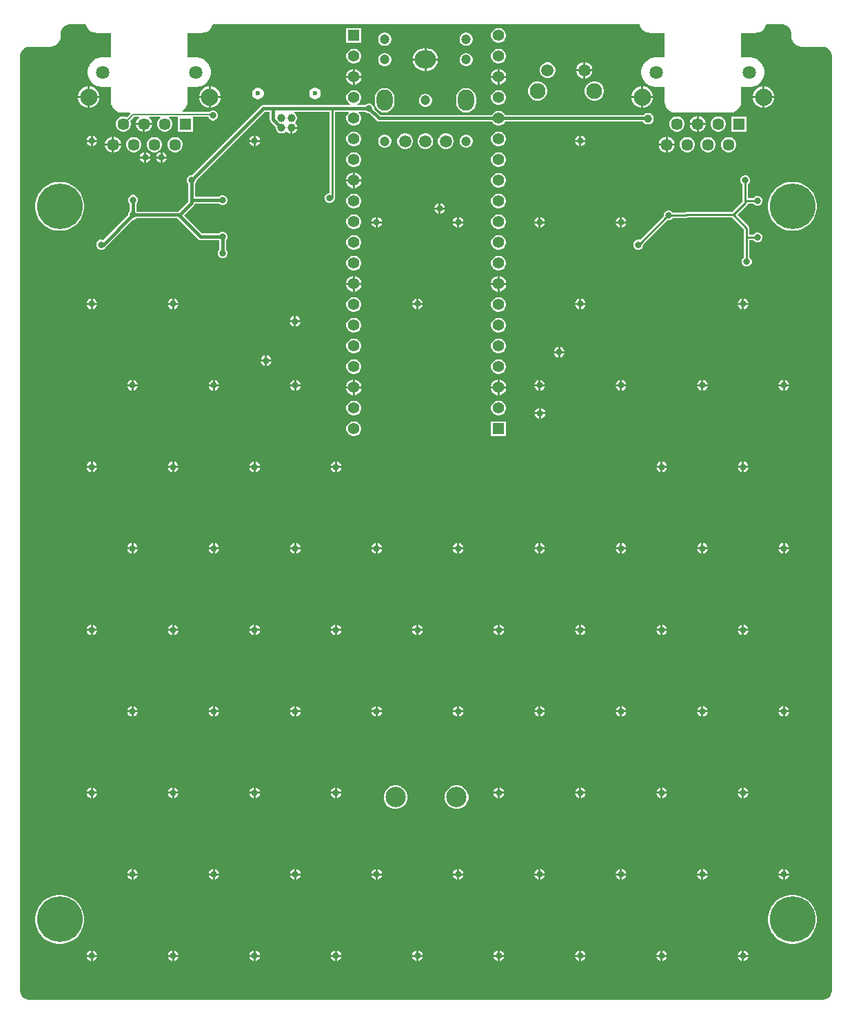
<source format=gbr>
%TF.GenerationSoftware,Altium Limited,Altium Designer,22.10.1 (41)*%
G04 Layer_Physical_Order=2*
G04 Layer_Color=16711680*
%FSLAX45Y45*%
%MOMM*%
%TF.SameCoordinates,CC01BCFA-2ECF-4BF2-A349-93AF2CE8EC74*%
%TF.FilePolarity,Positive*%
%TF.FileFunction,Copper,L2,Bot,Signal*%
%TF.Part,Single*%
G01*
G75*
%TA.AperFunction,Conductor*%
%ADD25C,0.20000*%
%ADD26C,0.40000*%
%ADD27C,0.25000*%
%TA.AperFunction,WasherPad*%
%ADD28C,2.50000*%
%TA.AperFunction,ComponentPad*%
%ADD29C,1.95000*%
%ADD30C,1.50000*%
%ADD31C,1.20000*%
%ADD32O,2.60000X2.20000*%
%ADD33C,1.50800*%
%ADD34O,2.00000X2.60000*%
%ADD35C,1.63000*%
%ADD36C,2.10000*%
%ADD37C,1.44600*%
%ADD38R,1.44600X1.44600*%
%ADD39C,1.00000*%
%ADD40C,0.60000*%
%TA.AperFunction,ViaPad*%
%ADD41C,5.60000*%
%TA.AperFunction,ComponentPad*%
%ADD42R,1.39000X1.39000*%
%ADD43C,1.39000*%
%TA.AperFunction,ViaPad*%
%ADD44C,0.80000*%
%ADD45C,1.00000*%
G36*
X4405309Y11979509D02*
X4425467Y11971159D01*
X4443609Y11959037D01*
X4459037Y11943609D01*
X4471159Y11925466D01*
X4479508Y11905309D01*
X4483765Y11883909D01*
Y11850000D01*
X4483929Y11849605D01*
X4483785Y11849203D01*
X4484396Y11836755D01*
X4484934Y11835618D01*
X4484689Y11834385D01*
X4489546Y11809967D01*
X4490470Y11808584D01*
Y11806921D01*
X4499997Y11783920D01*
X4501173Y11782744D01*
X4501497Y11781113D01*
X4515329Y11760413D01*
X4516712Y11759489D01*
X4517348Y11757952D01*
X4534952Y11740348D01*
X4536489Y11739712D01*
X4537412Y11738329D01*
X4558113Y11724498D01*
X4559744Y11724173D01*
X4560920Y11722997D01*
X4583920Y11713470D01*
X4585583D01*
X4586966Y11712546D01*
X4611384Y11707689D01*
X4612618Y11707934D01*
X4613755Y11707397D01*
X4626203Y11706785D01*
X4626605Y11706929D01*
X4627000Y11706766D01*
X4873000Y11706766D01*
X4883909Y11706765D01*
X4905308Y11702509D01*
X4925467Y11694159D01*
X4943608Y11682037D01*
X4959037Y11666609D01*
X4971159Y11648466D01*
X4979508Y11628309D01*
X4983765Y11606909D01*
X4983764Y11596000D01*
X4983765Y127000D01*
Y116091D01*
X4979508Y94691D01*
X4971159Y74533D01*
X4959037Y56391D01*
X4943609Y40963D01*
X4925466Y28840D01*
X4905309Y20491D01*
X4883909Y16235D01*
X-4883909D01*
X-4905309Y20491D01*
X-4925467Y28841D01*
X-4943609Y40963D01*
X-4959037Y56391D01*
X-4971159Y74534D01*
X-4979509Y94691D01*
X-4983765Y116091D01*
Y127000D01*
Y11596000D01*
Y11606909D01*
X-4979509Y11628309D01*
X-4971159Y11648467D01*
X-4959037Y11666609D01*
X-4943609Y11682037D01*
X-4925466Y11694159D01*
X-4905309Y11702509D01*
X-4883909Y11706766D01*
X-4627000D01*
X-4626605Y11706929D01*
X-4626203Y11706785D01*
X-4613755Y11707397D01*
X-4612618Y11707934D01*
X-4611384Y11707689D01*
X-4586967Y11712546D01*
X-4585584Y11713470D01*
X-4583921D01*
X-4560920Y11722997D01*
X-4559744Y11724173D01*
X-4558113Y11724498D01*
X-4537413Y11738329D01*
X-4536489Y11739712D01*
X-4534952Y11740348D01*
X-4517348Y11757952D01*
X-4516712Y11759489D01*
X-4515329Y11760413D01*
X-4501498Y11781113D01*
X-4501173Y11782744D01*
X-4499997Y11783920D01*
X-4490470Y11806921D01*
Y11808584D01*
X-4489546Y11809967D01*
X-4484689Y11834385D01*
X-4484934Y11835618D01*
X-4484397Y11836755D01*
X-4483785Y11849203D01*
X-4483929Y11849605D01*
X-4483765Y11850000D01*
X-4483765Y11883909D01*
X-4479509Y11905309D01*
X-4471159Y11925467D01*
X-4459037Y11943609D01*
X-4443609Y11959037D01*
X-4425466Y11971159D01*
X-4405309Y11979509D01*
X-4383909Y11983765D01*
X-4179126D01*
X-4178286Y11979538D01*
X-4177504Y11977653D01*
X-4177106Y11975652D01*
X-4168211Y11954177D01*
X-4167078Y11952481D01*
X-4166297Y11950596D01*
X-4153383Y11931269D01*
X-4151941Y11929826D01*
X-4150807Y11928129D01*
X-4134371Y11911693D01*
X-4132674Y11910559D01*
X-4131231Y11909117D01*
X-4111904Y11896203D01*
X-4110019Y11895422D01*
X-4108323Y11894289D01*
X-4086848Y11885394D01*
X-4084847Y11884995D01*
X-4082961Y11884214D01*
X-4060164Y11879680D01*
X-4058123D01*
X-4056122Y11879282D01*
X-3870718D01*
Y11579818D01*
X-3971500D01*
X-3971501Y11579818D01*
X-3987554Y11579818D01*
X-3989555Y11579420D01*
X-3991596D01*
X-4023087Y11573156D01*
X-4024973Y11572375D01*
X-4026974Y11571977D01*
X-4056638Y11559690D01*
X-4058334Y11558556D01*
X-4060220Y11557775D01*
X-4086917Y11539937D01*
X-4088360Y11538494D01*
X-4090057Y11537360D01*
X-4112761Y11514656D01*
X-4113895Y11512959D01*
X-4115337Y11511516D01*
X-4133175Y11484820D01*
X-4133956Y11482934D01*
X-4135090Y11481238D01*
X-4147377Y11451573D01*
X-4147775Y11449573D01*
X-4148556Y11447687D01*
X-4154820Y11416196D01*
Y11414155D01*
X-4155218Y11412154D01*
X-4155218Y11396100D01*
X-4155218Y11380046D01*
X-4154820Y11378045D01*
Y11376004D01*
X-4148556Y11344513D01*
X-4147775Y11342627D01*
X-4147377Y11340626D01*
X-4135090Y11310962D01*
X-4133956Y11309266D01*
X-4133175Y11307380D01*
X-4115337Y11280683D01*
X-4113894Y11279240D01*
X-4112760Y11277543D01*
X-4090057Y11254840D01*
X-4088359Y11253705D01*
X-4086917Y11252263D01*
X-4060220Y11234425D01*
X-4058334Y11233644D01*
X-4056638Y11232510D01*
X-4026974Y11220223D01*
X-4024973Y11219825D01*
X-4023087Y11219044D01*
X-3991596Y11212780D01*
X-3989555D01*
X-3987554Y11212382D01*
X-3971500Y11212382D01*
X-3870718Y11212382D01*
Y11038000D01*
X-3870718Y11037998D01*
X-3870718Y11026378D01*
X-3870320Y11024377D01*
Y11022336D01*
X-3865786Y10999539D01*
X-3865004Y10997653D01*
X-3864606Y10995652D01*
X-3855711Y10974177D01*
X-3854578Y10972481D01*
X-3853797Y10970595D01*
X-3840883Y10951269D01*
X-3839440Y10949826D01*
X-3838307Y10948129D01*
X-3821871Y10931693D01*
X-3820174Y10930560D01*
X-3818731Y10929117D01*
X-3799404Y10916203D01*
X-3797519Y10915422D01*
X-3795822Y10914289D01*
X-3774348Y10905394D01*
X-3772347Y10904996D01*
X-3770461Y10904215D01*
X-3747664Y10899680D01*
X-3745623D01*
X-3743622Y10899282D01*
X-3732000Y10899282D01*
X-3639630D01*
X-3634770Y10887549D01*
X-3677414Y10844905D01*
X-3681750Y10847408D01*
X-3705307Y10853720D01*
X-3729694D01*
X-3753250Y10847408D01*
X-3774370Y10835214D01*
X-3791614Y10817970D01*
X-3803808Y10796850D01*
X-3810120Y10773293D01*
Y10748906D01*
X-3803808Y10725350D01*
X-3791614Y10704230D01*
X-3774370Y10686985D01*
X-3753250Y10674792D01*
X-3729694Y10668480D01*
X-3705307D01*
X-3681750Y10674792D01*
X-3660630Y10686985D01*
X-3643386Y10704230D01*
X-3631192Y10725350D01*
X-3624880Y10748906D01*
Y10773293D01*
X-3631192Y10796850D01*
X-3633695Y10801186D01*
X-3585795Y10849086D01*
X-3530475D01*
X-3526383Y10836386D01*
X-3541679Y10821089D01*
X-3554542Y10798811D01*
X-3561200Y10773962D01*
Y10773799D01*
X-3463500D01*
X-3365800D01*
Y10773962D01*
X-3372458Y10798811D01*
X-3385321Y10821089D01*
X-3400618Y10836386D01*
X-3396526Y10849086D01*
X-3267744D01*
X-3264341Y10836386D01*
X-3266370Y10835214D01*
X-3283614Y10817970D01*
X-3295808Y10796850D01*
X-3302120Y10773293D01*
Y10748906D01*
X-3295808Y10725350D01*
X-3283614Y10704230D01*
X-3266370Y10686985D01*
X-3245250Y10674792D01*
X-3221694Y10668480D01*
X-3197307D01*
X-3173750Y10674792D01*
X-3152630Y10686985D01*
X-3135386Y10704230D01*
X-3123192Y10725350D01*
X-3116880Y10748906D01*
Y10773293D01*
X-3123192Y10796850D01*
X-3135386Y10817970D01*
X-3152630Y10835214D01*
X-3154659Y10836386D01*
X-3151256Y10849086D01*
X-3048120D01*
Y10668480D01*
X-2862880D01*
Y10849086D01*
X-2675508D01*
X-2667417Y10829551D01*
X-2650449Y10812583D01*
X-2628279Y10803400D01*
X-2604282D01*
X-2582112Y10812583D01*
X-2565143Y10829551D01*
X-2555960Y10851722D01*
Y10875718D01*
X-2565143Y10897889D01*
X-2582112Y10914857D01*
X-2604282Y10924040D01*
X-2628279D01*
X-2650449Y10914857D01*
X-2654990Y10910316D01*
X-2657996Y10910914D01*
X-2985652D01*
X-2989504Y10923614D01*
X-2981269Y10929117D01*
X-2979826Y10930559D01*
X-2978129Y10931693D01*
X-2961694Y10948129D01*
X-2960560Y10949826D01*
X-2959117Y10951269D01*
X-2946203Y10970596D01*
X-2945422Y10972481D01*
X-2944289Y10974177D01*
X-2935394Y10995652D01*
X-2934996Y10997653D01*
X-2934215Y10999538D01*
X-2929680Y11022336D01*
Y11024377D01*
X-2929282Y11026378D01*
Y11212382D01*
X-2828500D01*
X-2828499Y11212382D01*
X-2812446Y11212382D01*
X-2810445Y11212780D01*
X-2808404D01*
X-2776913Y11219044D01*
X-2775027Y11219825D01*
X-2773026Y11220223D01*
X-2743362Y11232510D01*
X-2741666Y11233644D01*
X-2739780Y11234425D01*
X-2713083Y11252263D01*
X-2711641Y11253706D01*
X-2709944Y11254840D01*
X-2687240Y11277544D01*
X-2686105Y11279241D01*
X-2684663Y11280683D01*
X-2666825Y11307380D01*
X-2666044Y11309266D01*
X-2664911Y11310962D01*
X-2652623Y11340626D01*
X-2652225Y11342627D01*
X-2651444Y11344513D01*
X-2645180Y11376004D01*
Y11378045D01*
X-2644782Y11380046D01*
X-2644782Y11396100D01*
X-2644782Y11412154D01*
X-2645180Y11414155D01*
Y11416196D01*
X-2651444Y11447687D01*
X-2652225Y11449572D01*
X-2652623Y11451574D01*
X-2664910Y11481238D01*
X-2666044Y11482934D01*
X-2666825Y11484820D01*
X-2684663Y11511516D01*
X-2686105Y11512958D01*
X-2687240Y11514656D01*
X-2709944Y11537360D01*
X-2711642Y11538495D01*
X-2713083Y11539937D01*
X-2739780Y11557775D01*
X-2741665Y11558556D01*
X-2743362Y11559690D01*
X-2773026Y11571977D01*
X-2775027Y11572375D01*
X-2776913Y11573156D01*
X-2808404Y11579420D01*
X-2810445D01*
X-2812446Y11579818D01*
X-2828500Y11579818D01*
X-2929282Y11579818D01*
Y11879282D01*
X-2743878D01*
X-2741877Y11879680D01*
X-2739836D01*
X-2717039Y11884214D01*
X-2715153Y11884996D01*
X-2713152Y11885394D01*
X-2691678Y11894289D01*
X-2689981Y11895422D01*
X-2688096Y11896203D01*
X-2668769Y11909117D01*
X-2667326Y11910559D01*
X-2665629Y11911693D01*
X-2649194Y11928129D01*
X-2648060Y11929826D01*
X-2646617Y11931269D01*
X-2633703Y11950596D01*
X-2632922Y11952481D01*
X-2631789Y11954177D01*
X-2622894Y11975652D01*
X-2622496Y11977653D01*
X-2621715Y11979538D01*
X-2620874Y11983765D01*
X2620874D01*
X2621715Y11979538D01*
X2622496Y11977653D01*
X2622894Y11975651D01*
X2631789Y11954177D01*
X2632922Y11952481D01*
X2633703Y11950595D01*
X2646617Y11931268D01*
X2648059Y11929826D01*
X2649193Y11928129D01*
X2665629Y11911693D01*
X2667326Y11910559D01*
X2668769Y11909116D01*
X2688096Y11896203D01*
X2689981Y11895422D01*
X2691677Y11894288D01*
X2713152Y11885393D01*
X2715154Y11884995D01*
X2717039Y11884214D01*
X2739836Y11879680D01*
X2741877D01*
X2743878Y11879282D01*
X2929282D01*
Y11579818D01*
X2828500D01*
X2828499Y11579817D01*
X2812446Y11579818D01*
X2810445Y11579420D01*
X2808404D01*
X2776913Y11573156D01*
X2775027Y11572375D01*
X2773026Y11571977D01*
X2743362Y11559689D01*
X2741666Y11558556D01*
X2739780Y11557775D01*
X2713083Y11539937D01*
X2711641Y11538494D01*
X2709944Y11537360D01*
X2687239Y11514656D01*
X2686105Y11512958D01*
X2684663Y11511516D01*
X2666825Y11484819D01*
X2666044Y11482934D01*
X2664910Y11481237D01*
X2652623Y11451573D01*
X2652225Y11449572D01*
X2651444Y11447687D01*
X2645180Y11416196D01*
Y11414155D01*
X2644782Y11412153D01*
X2644782Y11396100D01*
X2644782Y11380046D01*
X2645180Y11378045D01*
Y11376004D01*
X2651444Y11344512D01*
X2652225Y11342627D01*
X2652623Y11340626D01*
X2664910Y11310962D01*
X2666044Y11309265D01*
X2666825Y11307380D01*
X2684663Y11280683D01*
X2686106Y11279240D01*
X2687240Y11277543D01*
X2709944Y11254839D01*
X2711641Y11253705D01*
X2713083Y11252263D01*
X2739780Y11234424D01*
X2741666Y11233643D01*
X2743362Y11232510D01*
X2773026Y11220223D01*
X2775027Y11219825D01*
X2776913Y11219044D01*
X2808404Y11212780D01*
X2810445D01*
X2812446Y11212382D01*
X2828500Y11212382D01*
X2929282Y11212382D01*
Y11038000D01*
X2929282Y11037998D01*
X2929282Y11026378D01*
X2929680Y11024376D01*
Y11022336D01*
X2934215Y10999538D01*
X2934996Y10997653D01*
X2935394Y10995652D01*
X2944289Y10974177D01*
X2945422Y10972480D01*
X2946203Y10970595D01*
X2959117Y10951269D01*
X2960560Y10949826D01*
X2961693Y10948129D01*
X2978129Y10931693D01*
X2979826Y10930560D01*
X2981269Y10929116D01*
X3000596Y10916203D01*
X3002481Y10915422D01*
X3004178Y10914288D01*
X3025652Y10905393D01*
X3027653Y10904995D01*
X3029539Y10904214D01*
X3052336Y10899680D01*
X3054377D01*
X3056378Y10899282D01*
X3068000Y10899282D01*
X3732000Y10899281D01*
X3743622D01*
X3745623Y10899679D01*
X3747664D01*
X3770461Y10904214D01*
X3772347Y10904995D01*
X3774348Y10905393D01*
X3795822Y10914288D01*
X3797519Y10915422D01*
X3799404Y10916203D01*
X3818731Y10929116D01*
X3820174Y10930559D01*
X3821871Y10931693D01*
X3838307Y10948129D01*
X3839440Y10949826D01*
X3840883Y10951268D01*
X3853797Y10970595D01*
X3854578Y10972481D01*
X3855711Y10974177D01*
X3864606Y10995651D01*
X3865004Y10997653D01*
X3865785Y10999538D01*
X3870320Y11022335D01*
Y11024376D01*
X3870718Y11026377D01*
Y11212382D01*
X3971500D01*
X3971501Y11212382D01*
X3987554Y11212382D01*
X3989555Y11212780D01*
X3991596D01*
X4023087Y11219044D01*
X4024973Y11219825D01*
X4026974Y11220223D01*
X4056638Y11232510D01*
X4058334Y11233644D01*
X4060220Y11234425D01*
X4086917Y11252263D01*
X4088359Y11253705D01*
X4090056Y11254839D01*
X4112760Y11277543D01*
X4113895Y11279241D01*
X4115337Y11280683D01*
X4133175Y11307380D01*
X4133956Y11309266D01*
X4135090Y11310962D01*
X4147377Y11340626D01*
X4147775Y11342627D01*
X4148556Y11344512D01*
X4154820Y11376004D01*
Y11378045D01*
X4155218Y11380046D01*
X4155218Y11396100D01*
X4155218Y11412153D01*
X4154820Y11414154D01*
Y11416196D01*
X4148556Y11447687D01*
X4147775Y11449572D01*
X4147377Y11451573D01*
X4135090Y11481237D01*
X4133956Y11482934D01*
X4133175Y11484820D01*
X4115337Y11511516D01*
X4113895Y11512958D01*
X4112760Y11514656D01*
X4090056Y11537360D01*
X4088359Y11538494D01*
X4086917Y11539936D01*
X4060220Y11557775D01*
X4058335Y11558555D01*
X4056638Y11559689D01*
X4026974Y11571977D01*
X4024973Y11572375D01*
X4023087Y11573156D01*
X3991596Y11579420D01*
X3989555D01*
X3987554Y11579818D01*
X3971500Y11579817D01*
X3870718Y11579818D01*
Y11879282D01*
X4056122D01*
X4058123Y11879680D01*
X4060164D01*
X4082961Y11884214D01*
X4084847Y11884995D01*
X4086848Y11885393D01*
X4108322Y11894288D01*
X4110019Y11895422D01*
X4111904Y11896203D01*
X4131231Y11909116D01*
X4132674Y11910559D01*
X4134371Y11911693D01*
X4150807Y11928129D01*
X4151940Y11929826D01*
X4153383Y11931268D01*
X4166297Y11950595D01*
X4167078Y11952481D01*
X4168211Y11954177D01*
X4177106Y11975651D01*
X4177504Y11977653D01*
X4178285Y11979538D01*
X4179126Y11983765D01*
X4383909D01*
X4405309Y11979509D01*
D02*
G37*
%LPC*%
G36*
X900825Y11936320D02*
X877175D01*
X854331Y11930199D01*
X833849Y11918374D01*
X817126Y11901651D01*
X805301Y11881169D01*
X799180Y11858325D01*
Y11834675D01*
X805301Y11811831D01*
X817126Y11791349D01*
X833849Y11774626D01*
X854331Y11762801D01*
X877175Y11756680D01*
X900825D01*
X923669Y11762801D01*
X944151Y11774626D01*
X960874Y11791349D01*
X972699Y11811831D01*
X978820Y11834675D01*
Y11858325D01*
X972699Y11881169D01*
X960874Y11901651D01*
X944151Y11918374D01*
X923669Y11930199D01*
X900825Y11936320D01*
D02*
G37*
G36*
X-799180D02*
X-978820D01*
Y11756680D01*
X-799180D01*
Y11936320D01*
D02*
G37*
G36*
X502574Y11880320D02*
X481426D01*
X460998Y11874846D01*
X442682Y11864272D01*
X427728Y11849318D01*
X417154Y11831002D01*
X411680Y11810574D01*
Y11789426D01*
X417154Y11768998D01*
X427728Y11750682D01*
X442682Y11735728D01*
X460998Y11725154D01*
X481426Y11719680D01*
X502574D01*
X523002Y11725154D01*
X541318Y11735728D01*
X556272Y11750682D01*
X566846Y11768998D01*
X572320Y11789426D01*
Y11810574D01*
X566846Y11831002D01*
X556272Y11849318D01*
X541318Y11864272D01*
X523002Y11874846D01*
X502574Y11880320D01*
D02*
G37*
G36*
X-497426D02*
X-518574D01*
X-539002Y11874846D01*
X-557318Y11864272D01*
X-572272Y11849318D01*
X-582846Y11831002D01*
X-588320Y11810574D01*
Y11789426D01*
X-582846Y11768998D01*
X-572272Y11750682D01*
X-557318Y11735728D01*
X-539002Y11725154D01*
X-518574Y11719680D01*
X-497426D01*
X-476998Y11725154D01*
X-458682Y11735728D01*
X-443728Y11750682D01*
X-433154Y11768998D01*
X-427680Y11789426D01*
Y11810574D01*
X-433154Y11831002D01*
X-443728Y11849318D01*
X-458682Y11864272D01*
X-476998Y11874846D01*
X-497426Y11880320D01*
D02*
G37*
G36*
X12000Y11686568D02*
X4700D01*
Y11562700D01*
X146896D01*
X143915Y11585346D01*
X130272Y11618284D01*
X108568Y11646569D01*
X80284Y11668272D01*
X47346Y11681915D01*
X12000Y11686568D01*
D02*
G37*
G36*
X-20700D02*
X-28000D01*
X-63346Y11681915D01*
X-96284Y11668272D01*
X-124568Y11646569D01*
X-146272Y11618284D01*
X-159915Y11585346D01*
X-162896Y11562700D01*
X-20700D01*
Y11686568D01*
D02*
G37*
G36*
X900825Y11682320D02*
X877175D01*
X854331Y11676199D01*
X833849Y11664374D01*
X817126Y11647651D01*
X805301Y11627169D01*
X799180Y11604325D01*
Y11580675D01*
X805301Y11557831D01*
X817126Y11537349D01*
X833849Y11520626D01*
X854331Y11508801D01*
X877175Y11502680D01*
X900825D01*
X923669Y11508801D01*
X944151Y11520626D01*
X960874Y11537349D01*
X972699Y11557831D01*
X978820Y11580675D01*
Y11604325D01*
X972699Y11627169D01*
X960874Y11647651D01*
X944151Y11664374D01*
X923669Y11676199D01*
X900825Y11682320D01*
D02*
G37*
G36*
X-877175D02*
X-900825D01*
X-923669Y11676199D01*
X-944151Y11664374D01*
X-960874Y11647651D01*
X-972699Y11627169D01*
X-978820Y11604325D01*
Y11580675D01*
X-972699Y11557831D01*
X-960874Y11537349D01*
X-944151Y11520626D01*
X-923669Y11508801D01*
X-900825Y11502680D01*
X-877175D01*
X-854331Y11508801D01*
X-833849Y11520626D01*
X-817126Y11537349D01*
X-805301Y11557831D01*
X-799180Y11580675D01*
Y11604325D01*
X-805301Y11627169D01*
X-817126Y11647651D01*
X-833849Y11664374D01*
X-854331Y11676199D01*
X-877175Y11682320D01*
D02*
G37*
G36*
X502574Y11630320D02*
X481426D01*
X460998Y11624846D01*
X442682Y11614272D01*
X427728Y11599318D01*
X417154Y11581002D01*
X411680Y11560574D01*
Y11539426D01*
X417154Y11518998D01*
X427728Y11500682D01*
X442682Y11485728D01*
X460998Y11475154D01*
X481426Y11469680D01*
X502574D01*
X523002Y11475154D01*
X541318Y11485728D01*
X556272Y11500682D01*
X566846Y11518998D01*
X572320Y11539426D01*
Y11560574D01*
X566846Y11581002D01*
X556272Y11599318D01*
X541318Y11614272D01*
X523002Y11624846D01*
X502574Y11630320D01*
D02*
G37*
G36*
X-497426D02*
X-518574D01*
X-539002Y11624846D01*
X-557318Y11614272D01*
X-572272Y11599318D01*
X-582846Y11581002D01*
X-588320Y11560574D01*
Y11539426D01*
X-582846Y11518998D01*
X-572272Y11500682D01*
X-557318Y11485728D01*
X-539002Y11475154D01*
X-518574Y11469680D01*
X-497426D01*
X-476998Y11475154D01*
X-458682Y11485728D01*
X-443728Y11500682D01*
X-433154Y11518998D01*
X-427680Y11539426D01*
Y11560574D01*
X-433154Y11581002D01*
X-443728Y11599318D01*
X-458682Y11614272D01*
X-476998Y11624846D01*
X-497426Y11630320D01*
D02*
G37*
G36*
X1956718Y11520399D02*
X1956200D01*
Y11432699D01*
X2043900D01*
Y11433217D01*
X2037058Y11458752D01*
X2023840Y11481646D01*
X2005147Y11500339D01*
X1982253Y11513557D01*
X1956718Y11520399D01*
D02*
G37*
G36*
X1930800D02*
X1930282D01*
X1904747Y11513557D01*
X1881853Y11500339D01*
X1863160Y11481646D01*
X1849942Y11458752D01*
X1843100Y11433217D01*
Y11432699D01*
X1930800D01*
Y11520399D01*
D02*
G37*
G36*
X146896Y11537300D02*
X4700D01*
Y11413432D01*
X12000D01*
X47346Y11418085D01*
X80284Y11431728D01*
X108568Y11453431D01*
X130272Y11481716D01*
X143915Y11514654D01*
X146896Y11537300D01*
D02*
G37*
G36*
X-20700D02*
X-162896D01*
X-159915Y11514654D01*
X-146272Y11481716D01*
X-124568Y11453431D01*
X-96284Y11431728D01*
X-63346Y11418085D01*
X-28000Y11413432D01*
X-20700D01*
Y11537300D01*
D02*
G37*
G36*
X901701Y11433345D02*
Y11351201D01*
X983845D01*
X977433Y11375130D01*
X964939Y11396770D01*
X947270Y11414439D01*
X925630Y11426933D01*
X901701Y11433345D01*
D02*
G37*
G36*
X-876301Y11433345D02*
Y11351201D01*
X-794155D01*
X-800567Y11375130D01*
X-813061Y11396770D01*
X-830730Y11414439D01*
X-852370Y11426933D01*
X-876301Y11433345D01*
D02*
G37*
G36*
X-901701Y11433345D02*
X-925630Y11426933D01*
X-947270Y11414439D01*
X-964939Y11396770D01*
X-977433Y11375130D01*
X-983845Y11351201D01*
X-901701D01*
Y11433345D01*
D02*
G37*
G36*
X876301Y11433345D02*
X852370Y11426933D01*
X830730Y11414439D01*
X813061Y11396770D01*
X800567Y11375130D01*
X794155Y11351201D01*
X876301D01*
Y11433345D01*
D02*
G37*
G36*
X1506049Y11515319D02*
X1480951D01*
X1456708Y11508823D01*
X1434972Y11496274D01*
X1417225Y11478527D01*
X1404676Y11456791D01*
X1398180Y11432548D01*
Y11407450D01*
X1404676Y11383207D01*
X1417225Y11361471D01*
X1434972Y11343724D01*
X1456708Y11331175D01*
X1480951Y11324679D01*
X1506049D01*
X1530292Y11331175D01*
X1552028Y11343724D01*
X1569775Y11361471D01*
X1582324Y11383207D01*
X1588820Y11407450D01*
Y11432548D01*
X1582324Y11456791D01*
X1569775Y11478527D01*
X1552028Y11496274D01*
X1530292Y11508823D01*
X1506049Y11515319D01*
D02*
G37*
G36*
X2043900Y11407299D02*
X1956200D01*
Y11319599D01*
X1956718D01*
X1982253Y11326441D01*
X2005147Y11339659D01*
X2023840Y11358352D01*
X2037058Y11381246D01*
X2043900Y11406781D01*
Y11407299D01*
D02*
G37*
G36*
X1930800D02*
X1843100D01*
Y11406781D01*
X1849942Y11381246D01*
X1863160Y11358352D01*
X1881853Y11339659D01*
X1904747Y11326441D01*
X1930282Y11319599D01*
X1930800D01*
Y11407299D01*
D02*
G37*
G36*
X983845Y11325801D02*
X901701D01*
Y11243655D01*
X925630Y11250067D01*
X947270Y11262561D01*
X964939Y11280230D01*
X977433Y11301870D01*
X983845Y11325801D01*
D02*
G37*
G36*
X-901701D02*
X-983845D01*
X-977433Y11301870D01*
X-964939Y11280230D01*
X-947270Y11262561D01*
X-925630Y11250067D01*
X-901701Y11243655D01*
Y11325801D01*
D02*
G37*
G36*
X-794155D02*
X-876301D01*
Y11243655D01*
X-852370Y11250067D01*
X-830730Y11262561D01*
X-813061Y11280230D01*
X-800567Y11301870D01*
X-794155Y11325801D01*
D02*
G37*
G36*
X876301D02*
X794155D01*
X800567Y11301870D01*
X813061Y11280230D01*
X830730Y11262561D01*
X852370Y11250067D01*
X876301Y11243655D01*
Y11325801D01*
D02*
G37*
G36*
X-4126832Y11221500D02*
X-4131301D01*
Y11103800D01*
X-4013600D01*
Y11108268D01*
X-4022486Y11141433D01*
X-4039654Y11171167D01*
X-4063933Y11195446D01*
X-4093667Y11212614D01*
X-4126832Y11221500D01*
D02*
G37*
G36*
X-4156701D02*
X-4161168D01*
X-4194333Y11212614D01*
X-4224067Y11195446D01*
X-4248346Y11171167D01*
X-4265514Y11141433D01*
X-4274400Y11108268D01*
Y11103800D01*
X-4156701D01*
Y11221500D01*
D02*
G37*
G36*
X-2638832D02*
X-2643301D01*
Y11103800D01*
X-2525600D01*
Y11108268D01*
X-2534486Y11141433D01*
X-2551654Y11171167D01*
X-2575933Y11195446D01*
X-2605667Y11212614D01*
X-2638832Y11221500D01*
D02*
G37*
G36*
X-2668701D02*
X-2673168D01*
X-2706333Y11212614D01*
X-2736067Y11195446D01*
X-2760346Y11171167D01*
X-2777514Y11141433D01*
X-2786400Y11108268D01*
Y11103800D01*
X-2668701D01*
Y11221500D01*
D02*
G37*
G36*
X4161168Y11221500D02*
X4156701D01*
Y11103800D01*
X4274400D01*
Y11108267D01*
X4265514Y11141432D01*
X4248346Y11171167D01*
X4224067Y11195446D01*
X4194333Y11212613D01*
X4161168Y11221500D01*
D02*
G37*
G36*
X2673168D02*
X2668701D01*
Y11103800D01*
X2786400D01*
Y11108267D01*
X2777514Y11141432D01*
X2760346Y11171167D01*
X2736067Y11195446D01*
X2706333Y11212613D01*
X2673168Y11221500D01*
D02*
G37*
G36*
X4131301D02*
X4126832D01*
X4093667Y11212613D01*
X4063933Y11195446D01*
X4039654Y11171167D01*
X4022486Y11141432D01*
X4013600Y11108267D01*
Y11103800D01*
X4131301D01*
Y11221500D01*
D02*
G37*
G36*
X2643301D02*
X2638832D01*
X2605667Y11212613D01*
X2575933Y11195446D01*
X2551654Y11171167D01*
X2534486Y11141432D01*
X2525600Y11108267D01*
Y11103800D01*
X2643301D01*
Y11221500D01*
D02*
G37*
G36*
X-1355242Y11205321D02*
X-1373758D01*
X-1391642Y11200529D01*
X-1407677Y11191271D01*
X-1420770Y11178179D01*
X-1430028Y11162144D01*
X-1434820Y11144259D01*
Y11125743D01*
X-1430028Y11107859D01*
X-1420770Y11091824D01*
X-1407677Y11078731D01*
X-1391642Y11069473D01*
X-1373758Y11064681D01*
X-1355242D01*
X-1337357Y11069473D01*
X-1321322Y11078731D01*
X-1308230Y11091824D01*
X-1298972Y11107859D01*
X-1294180Y11125743D01*
Y11144259D01*
X-1298972Y11162144D01*
X-1308230Y11178179D01*
X-1321322Y11191271D01*
X-1337357Y11200529D01*
X-1355242Y11205321D01*
D02*
G37*
G36*
X-2055242D02*
X-2073758D01*
X-2091643Y11200529D01*
X-2107678Y11191271D01*
X-2120770Y11178179D01*
X-2130028Y11162144D01*
X-2134820Y11144259D01*
Y11125743D01*
X-2130028Y11107859D01*
X-2120770Y11091824D01*
X-2107678Y11078731D01*
X-2091643Y11069473D01*
X-2073758Y11064681D01*
X-2055242D01*
X-2037358Y11069473D01*
X-2021323Y11078731D01*
X-2008230Y11091824D01*
X-1998972Y11107859D01*
X-1994180Y11125743D01*
Y11144259D01*
X-1998972Y11162144D01*
X-2008230Y11178179D01*
X-2021323Y11191271D01*
X-2037358Y11200529D01*
X-2055242Y11205321D01*
D02*
G37*
G36*
X2084011Y11282819D02*
X2052989D01*
X2023023Y11274790D01*
X1996157Y11259278D01*
X1974221Y11237342D01*
X1958709Y11210476D01*
X1950680Y11180510D01*
Y11149488D01*
X1958709Y11119522D01*
X1974221Y11092656D01*
X1996157Y11070720D01*
X2023023Y11055208D01*
X2052989Y11047179D01*
X2084011D01*
X2113977Y11055208D01*
X2140843Y11070720D01*
X2162780Y11092656D01*
X2178291Y11119522D01*
X2186320Y11149488D01*
Y11180510D01*
X2178291Y11210476D01*
X2162780Y11237342D01*
X2140843Y11259278D01*
X2113977Y11274790D01*
X2084011Y11282819D01*
D02*
G37*
G36*
X1384011D02*
X1352989D01*
X1323023Y11274790D01*
X1296157Y11259278D01*
X1274220Y11237342D01*
X1258709Y11210476D01*
X1250680Y11180510D01*
Y11149488D01*
X1258709Y11119522D01*
X1274220Y11092656D01*
X1296157Y11070720D01*
X1323023Y11055208D01*
X1352989Y11047179D01*
X1384011D01*
X1413977Y11055208D01*
X1440843Y11070720D01*
X1462779Y11092656D01*
X1478291Y11119522D01*
X1486320Y11149488D01*
Y11180510D01*
X1478291Y11210476D01*
X1462779Y11237342D01*
X1440843Y11259278D01*
X1413977Y11274790D01*
X1384011Y11282819D01*
D02*
G37*
G36*
X900825Y11174320D02*
X877175D01*
X854331Y11168199D01*
X833849Y11156374D01*
X817126Y11139651D01*
X805301Y11119169D01*
X799180Y11096325D01*
Y11072675D01*
X805301Y11049831D01*
X817126Y11029349D01*
X833849Y11012626D01*
X854331Y11000801D01*
X877175Y10994680D01*
X900825D01*
X923669Y11000801D01*
X944151Y11012626D01*
X960874Y11029349D01*
X972699Y11049831D01*
X978820Y11072675D01*
Y11096325D01*
X972699Y11119169D01*
X960874Y11139651D01*
X944151Y11156374D01*
X923669Y11168199D01*
X900825Y11174320D01*
D02*
G37*
G36*
X2574Y11130320D02*
X-18574D01*
X-39002Y11124846D01*
X-57318Y11114272D01*
X-72272Y11099318D01*
X-82846Y11081002D01*
X-88320Y11060574D01*
Y11039426D01*
X-82846Y11018998D01*
X-72272Y11000682D01*
X-57318Y10985728D01*
X-39002Y10975154D01*
X-18574Y10969680D01*
X2574D01*
X23002Y10975154D01*
X41318Y10985728D01*
X56272Y11000682D01*
X66846Y11018998D01*
X72320Y11039426D01*
Y11060574D01*
X66846Y11081002D01*
X56272Y11099318D01*
X41318Y11114272D01*
X23002Y11124846D01*
X2574Y11130320D01*
D02*
G37*
G36*
X-2525600Y11078400D02*
X-2643301D01*
Y10960700D01*
X-2638832D01*
X-2605667Y10969586D01*
X-2575933Y10986754D01*
X-2551654Y11011033D01*
X-2534486Y11040767D01*
X-2525600Y11073932D01*
Y11078400D01*
D02*
G37*
G36*
X-2668701D02*
X-2786400D01*
Y11073932D01*
X-2777514Y11040767D01*
X-2760346Y11011033D01*
X-2736067Y10986754D01*
X-2706333Y10969586D01*
X-2673168Y10960700D01*
X-2668701D01*
Y11078400D01*
D02*
G37*
G36*
X-4013600Y11078401D02*
X-4131301D01*
Y10960700D01*
X-4126832D01*
X-4093667Y10969586D01*
X-4063933Y10986754D01*
X-4039654Y11011033D01*
X-4022486Y11040767D01*
X-4013600Y11073932D01*
Y11078401D01*
D02*
G37*
G36*
X-4156701D02*
X-4274400D01*
Y11073932D01*
X-4265514Y11040767D01*
X-4248346Y11011033D01*
X-4224067Y10986754D01*
X-4194333Y10969586D01*
X-4161168Y10960700D01*
X-4156701D01*
Y11078401D01*
D02*
G37*
G36*
X4274400Y11078400D02*
X4156701D01*
Y10960700D01*
X4161168D01*
X4194333Y10969586D01*
X4224067Y10986754D01*
X4248346Y11011032D01*
X4265514Y11040767D01*
X4274400Y11073932D01*
Y11078400D01*
D02*
G37*
G36*
X4131301D02*
X4013600D01*
Y11073932D01*
X4022486Y11040767D01*
X4039654Y11011032D01*
X4063933Y10986754D01*
X4093667Y10969586D01*
X4126832Y10960700D01*
X4131301D01*
Y11078400D01*
D02*
G37*
G36*
X2786400D02*
X2668701D01*
Y10960700D01*
X2673168D01*
X2706333Y10969586D01*
X2736067Y10986754D01*
X2760346Y11011032D01*
X2777514Y11040767D01*
X2786400Y11073932D01*
Y11078400D01*
D02*
G37*
G36*
X2643301D02*
X2525600D01*
Y11073932D01*
X2534486Y11040767D01*
X2551654Y11011032D01*
X2575933Y10986754D01*
X2605667Y10969586D01*
X2638832Y10960700D01*
X2643301D01*
Y11078400D01*
D02*
G37*
G36*
X492000Y11201358D02*
X460590Y11197223D01*
X431321Y11185099D01*
X406187Y11165813D01*
X386901Y11140679D01*
X374777Y11111410D01*
X370642Y11080000D01*
Y11020000D01*
X374777Y10988590D01*
X386901Y10959321D01*
X406187Y10934187D01*
X431321Y10914901D01*
X460590Y10902777D01*
X492000Y10898642D01*
X523410Y10902777D01*
X552679Y10914901D01*
X577813Y10934187D01*
X597099Y10959321D01*
X609223Y10988590D01*
X613358Y11020000D01*
Y11080000D01*
X609223Y11111410D01*
X597099Y11140679D01*
X577813Y11165813D01*
X552679Y11185099D01*
X523410Y11197223D01*
X492000Y11201358D01*
D02*
G37*
G36*
X-508000D02*
X-539410Y11197223D01*
X-568679Y11185099D01*
X-593813Y11165813D01*
X-613099Y11140679D01*
X-625223Y11111410D01*
X-629358Y11080000D01*
Y11020000D01*
X-625223Y10988590D01*
X-613099Y10959321D01*
X-593813Y10934187D01*
X-568679Y10914901D01*
X-539410Y10902777D01*
X-508000Y10898642D01*
X-476590Y10902777D01*
X-447321Y10914901D01*
X-422187Y10934187D01*
X-402901Y10959321D01*
X-390777Y10988590D01*
X-386642Y11020000D01*
Y11080000D01*
X-390777Y11111410D01*
X-402901Y11140679D01*
X-422187Y11165813D01*
X-447321Y11185099D01*
X-476590Y11197223D01*
X-508000Y11201358D01*
D02*
G37*
G36*
X3349362Y10858799D02*
X3349200D01*
Y10773800D01*
X3434200D01*
Y10773962D01*
X3427542Y10798810D01*
X3414679Y10821089D01*
X3396489Y10839279D01*
X3374211Y10852141D01*
X3349362Y10858799D01*
D02*
G37*
G36*
X3323800D02*
X3323638D01*
X3298789Y10852141D01*
X3276511Y10839279D01*
X3258321Y10821089D01*
X3245458Y10798810D01*
X3238800Y10773962D01*
Y10773800D01*
X3323800D01*
Y10858799D01*
D02*
G37*
G36*
X-877175Y11174320D02*
X-900825D01*
X-923669Y11168199D01*
X-944151Y11156374D01*
X-960874Y11139651D01*
X-972699Y11119169D01*
X-978820Y11096325D01*
Y11072675D01*
X-972699Y11049831D01*
X-960874Y11029349D01*
X-944151Y11012626D01*
X-928881Y11003810D01*
X-932283Y10991110D01*
X-2000000D01*
X-2015732Y10987981D01*
X-2029069Y10979069D01*
X-2877818Y10130320D01*
X-2891999D01*
X-2914169Y10121137D01*
X-2931137Y10104169D01*
X-2940320Y10081998D01*
Y10058001D01*
X-2931137Y10035831D01*
X-2921110Y10025804D01*
Y9807028D01*
X-3042028Y9686110D01*
X-3556496D01*
X-3559581Y9689196D01*
Y9785113D01*
X-3548863Y9795831D01*
X-3539680Y9818001D01*
Y9841998D01*
X-3548863Y9864168D01*
X-3565831Y9881137D01*
X-3588001Y9890320D01*
X-3611998D01*
X-3634168Y9881137D01*
X-3651137Y9864168D01*
X-3660320Y9841998D01*
Y9818001D01*
X-3651137Y9795831D01*
X-3641801Y9786496D01*
Y9689196D01*
X-3651828Y9679169D01*
X-3661011Y9656998D01*
Y9642818D01*
X-3967754Y9336075D01*
X-3978001Y9340320D01*
X-4001998D01*
X-4024168Y9331137D01*
X-4041137Y9314169D01*
X-4050320Y9291998D01*
Y9268002D01*
X-4041137Y9245831D01*
X-4024168Y9228863D01*
X-4001998Y9219680D01*
X-3978001D01*
X-3955831Y9228863D01*
X-3938863Y9245831D01*
X-3936800Y9250812D01*
X-3936622Y9250931D01*
X-3602873Y9584680D01*
X-3588693D01*
X-3566523Y9593863D01*
X-3556496Y9603890D01*
X-3056422D01*
X-2798463Y9345931D01*
X-2785125Y9337019D01*
X-2769393Y9333890D01*
X-2544196D01*
X-2541110Y9330805D01*
Y9219195D01*
X-2551137Y9209169D01*
X-2560320Y9186998D01*
Y9163001D01*
X-2551137Y9140831D01*
X-2534169Y9123863D01*
X-2511999Y9114680D01*
X-2488002D01*
X-2465831Y9123863D01*
X-2448863Y9140831D01*
X-2439680Y9163001D01*
Y9186998D01*
X-2448863Y9209169D01*
X-2458890Y9219195D01*
Y9330805D01*
X-2448863Y9340831D01*
X-2439680Y9363002D01*
Y9386998D01*
X-2448863Y9409169D01*
X-2465831Y9426137D01*
X-2488002Y9435320D01*
X-2511999D01*
X-2534169Y9426137D01*
X-2544196Y9416110D01*
X-2752365D01*
X-2974059Y9637803D01*
X-2850931Y9760931D01*
X-2842019Y9774268D01*
X-2840106Y9783890D01*
X-2544196D01*
X-2534169Y9773863D01*
X-2511999Y9764680D01*
X-2488002D01*
X-2465831Y9773863D01*
X-2448863Y9790831D01*
X-2439680Y9813001D01*
Y9836998D01*
X-2448863Y9859168D01*
X-2465831Y9876137D01*
X-2488002Y9885320D01*
X-2511999D01*
X-2534169Y9876137D01*
X-2544196Y9866110D01*
X-2838890D01*
Y10025804D01*
X-2828863Y10035831D01*
X-2819680Y10058001D01*
Y10072182D01*
X-1982972Y10908890D01*
X-1921110D01*
Y10812769D01*
X-1917981Y10797037D01*
X-1909069Y10783700D01*
X-1844820Y10719451D01*
Y10705743D01*
X-1840028Y10687859D01*
X-1830770Y10671824D01*
X-1817678Y10658731D01*
X-1801643Y10649473D01*
X-1783758Y10644681D01*
X-1765242D01*
X-1747358Y10649473D01*
X-1731323Y10658731D01*
X-1726517Y10663537D01*
X-1714953Y10668652D01*
X-1709706Y10663575D01*
X-1700797Y10654666D01*
X-1683603Y10644739D01*
X-1667200Y10640344D01*
Y10715002D01*
X-1654500D01*
Y10727702D01*
X-1579844D01*
X-1584238Y10744104D01*
X-1594165Y10761298D01*
X-1603074Y10770207D01*
X-1608151Y10775454D01*
X-1603036Y10787018D01*
X-1598230Y10791824D01*
X-1588972Y10807859D01*
X-1584180Y10825743D01*
Y10844259D01*
X-1588972Y10862144D01*
X-1598230Y10878179D01*
X-1611323Y10891271D01*
X-1619842Y10896190D01*
X-1616439Y10908890D01*
X-1183463D01*
Y9910320D01*
X-1194699D01*
X-1216869Y9901137D01*
X-1233837Y9884169D01*
X-1243020Y9861999D01*
Y9838002D01*
X-1233837Y9815832D01*
X-1216869Y9798863D01*
X-1194699Y9789680D01*
X-1170702D01*
X-1148532Y9798863D01*
X-1131563Y9815832D01*
X-1125693Y9830005D01*
X-1119084Y9839895D01*
X-1116537Y9852700D01*
Y10908890D01*
X-955595D01*
X-950335Y10896190D01*
X-960874Y10885651D01*
X-972699Y10865169D01*
X-978820Y10842325D01*
Y10818675D01*
X-972699Y10795831D01*
X-960874Y10775349D01*
X-944151Y10758626D01*
X-923669Y10746801D01*
X-900825Y10740680D01*
X-877175D01*
X-854331Y10746801D01*
X-833849Y10758626D01*
X-817126Y10775349D01*
X-805301Y10795831D01*
X-799180Y10818675D01*
Y10842325D01*
X-805301Y10865169D01*
X-817126Y10885651D01*
X-827665Y10896190D01*
X-822405Y10908890D01*
X-744196D01*
X-734169Y10898863D01*
X-711999Y10889680D01*
X-697818D01*
X-609569Y10801431D01*
X-596232Y10792519D01*
X-580500Y10789390D01*
X809020D01*
X817126Y10775349D01*
X833849Y10758626D01*
X854331Y10746801D01*
X877175Y10740680D01*
X900825D01*
X923669Y10746801D01*
X944151Y10758626D01*
X960874Y10775349D01*
X968980Y10789390D01*
X2664361D01*
X2668730Y10781822D01*
X2681822Y10768730D01*
X2697857Y10759472D01*
X2715742Y10754680D01*
X2734258D01*
X2752142Y10759472D01*
X2768177Y10768730D01*
X2781270Y10781822D01*
X2790528Y10797858D01*
X2795320Y10815742D01*
Y10834258D01*
X2790528Y10852142D01*
X2781270Y10868177D01*
X2768177Y10881270D01*
X2752142Y10890528D01*
X2734258Y10895320D01*
X2715742D01*
X2697857Y10890528D01*
X2681822Y10881270D01*
X2672163Y10871610D01*
X968980D01*
X960874Y10885651D01*
X944151Y10902374D01*
X923669Y10914199D01*
X900825Y10920320D01*
X877175D01*
X854331Y10914199D01*
X833849Y10902374D01*
X817126Y10885651D01*
X809020Y10871610D01*
X-563472D01*
X-639680Y10947818D01*
Y10961998D01*
X-648863Y10984169D01*
X-665832Y11001137D01*
X-688002Y11010320D01*
X-711999D01*
X-734169Y11001137D01*
X-744196Y10991110D01*
X-845717D01*
X-849119Y11003810D01*
X-833849Y11012626D01*
X-817126Y11029349D01*
X-805301Y11049831D01*
X-799180Y11072675D01*
Y11096325D01*
X-805301Y11119169D01*
X-817126Y11139651D01*
X-833849Y11156374D01*
X-854331Y11168199D01*
X-877175Y11174320D01*
D02*
G37*
G36*
X3937120Y10853719D02*
X3751880D01*
Y10668480D01*
X3937120D01*
Y10853719D01*
D02*
G37*
G36*
X3602694D02*
X3578307D01*
X3554750Y10847408D01*
X3533630Y10835214D01*
X3516386Y10817970D01*
X3504192Y10796850D01*
X3497880Y10773293D01*
Y10748906D01*
X3504192Y10725350D01*
X3516386Y10704230D01*
X3533630Y10686985D01*
X3554750Y10674791D01*
X3578307Y10668480D01*
X3602694D01*
X3626250Y10674791D01*
X3647370Y10686985D01*
X3664614Y10704230D01*
X3676808Y10725350D01*
X3683120Y10748906D01*
Y10773293D01*
X3676808Y10796850D01*
X3664614Y10817970D01*
X3647370Y10835214D01*
X3626250Y10847408D01*
X3602694Y10853719D01*
D02*
G37*
G36*
X3094694D02*
X3070307D01*
X3046750Y10847408D01*
X3025630Y10835214D01*
X3008386Y10817970D01*
X2996192Y10796850D01*
X2989880Y10773293D01*
Y10748906D01*
X2996192Y10725350D01*
X3008386Y10704230D01*
X3025630Y10686985D01*
X3046750Y10674791D01*
X3070307Y10668480D01*
X3094694D01*
X3118250Y10674791D01*
X3139370Y10686985D01*
X3156614Y10704230D01*
X3168808Y10725350D01*
X3175120Y10748906D01*
Y10773293D01*
X3168808Y10796850D01*
X3156614Y10817970D01*
X3139370Y10835214D01*
X3118250Y10847408D01*
X3094694Y10853719D01*
D02*
G37*
G36*
X-3365800Y10748399D02*
X-3450800D01*
Y10663400D01*
X-3450638D01*
X-3425789Y10670058D01*
X-3403511Y10682920D01*
X-3385321Y10701111D01*
X-3372458Y10723389D01*
X-3365800Y10748238D01*
Y10748399D01*
D02*
G37*
G36*
X-3476200D02*
X-3561200D01*
Y10748238D01*
X-3554542Y10723389D01*
X-3541679Y10701111D01*
X-3523489Y10682920D01*
X-3501211Y10670058D01*
X-3476362Y10663400D01*
X-3476200D01*
Y10748399D01*
D02*
G37*
G36*
X3434200Y10748400D02*
X3349200D01*
Y10663400D01*
X3349362D01*
X3374211Y10670058D01*
X3396489Y10682920D01*
X3414679Y10701110D01*
X3427542Y10723389D01*
X3434200Y10748237D01*
Y10748400D01*
D02*
G37*
G36*
X3323800D02*
X3238800D01*
Y10748237D01*
X3245458Y10723389D01*
X3258321Y10701110D01*
X3276511Y10682920D01*
X3298789Y10670058D01*
X3323638Y10663400D01*
X3323800D01*
Y10748400D01*
D02*
G37*
G36*
X-1579843Y10702302D02*
X-1641800D01*
Y10640344D01*
X-1625397Y10644739D01*
X-1608204Y10654666D01*
X-1594165Y10668705D01*
X-1584238Y10685898D01*
X-1579843Y10702302D01*
D02*
G37*
G36*
X1906700Y10617804D02*
Y10566200D01*
X1958304D01*
X1954943Y10578744D01*
X1946333Y10593657D01*
X1934157Y10605833D01*
X1919244Y10614443D01*
X1906700Y10617804D01*
D02*
G37*
G36*
X1881300D02*
X1868757Y10614443D01*
X1853844Y10605833D01*
X1841667Y10593657D01*
X1833057Y10578744D01*
X1829696Y10566200D01*
X1881300D01*
Y10617804D01*
D02*
G37*
G36*
X-2093300D02*
Y10566200D01*
X-2041696D01*
X-2045057Y10578744D01*
X-2053667Y10593657D01*
X-2065843Y10605833D01*
X-2080756Y10614443D01*
X-2093300Y10617804D01*
D02*
G37*
G36*
X-2118700D02*
X-2131243Y10614443D01*
X-2146156Y10605833D01*
X-2158333Y10593657D01*
X-2166943Y10578744D01*
X-2170304Y10566200D01*
X-2118700D01*
Y10617804D01*
D02*
G37*
G36*
X-4093300D02*
Y10566200D01*
X-4041696D01*
X-4045057Y10578744D01*
X-4053667Y10593657D01*
X-4065843Y10605833D01*
X-4080756Y10614443D01*
X-4093300Y10617804D01*
D02*
G37*
G36*
X-4118700D02*
X-4131243Y10614443D01*
X-4146157Y10605833D01*
X-4158333Y10593657D01*
X-4166943Y10578744D01*
X-4170304Y10566200D01*
X-4118700D01*
Y10617804D01*
D02*
G37*
G36*
X2968362Y10604799D02*
X2968200D01*
Y10519800D01*
X3053200D01*
Y10519962D01*
X3046542Y10544810D01*
X3033679Y10567089D01*
X3015489Y10585279D01*
X2993211Y10598141D01*
X2968362Y10604799D01*
D02*
G37*
G36*
X2942800D02*
X2942638D01*
X2917789Y10598141D01*
X2895511Y10585279D01*
X2877321Y10567089D01*
X2864458Y10544810D01*
X2857800Y10519962D01*
Y10519800D01*
X2942800D01*
Y10604799D01*
D02*
G37*
G36*
X-3831638Y10604800D02*
X-3831800D01*
Y10519799D01*
X-3746800D01*
Y10519962D01*
X-3753458Y10544811D01*
X-3766321Y10567089D01*
X-3784511Y10585279D01*
X-3806789Y10598142D01*
X-3831638Y10604800D01*
D02*
G37*
G36*
X-3857200D02*
X-3857362D01*
X-3882211Y10598142D01*
X-3904489Y10585279D01*
X-3922679Y10567089D01*
X-3935542Y10544811D01*
X-3942200Y10519962D01*
Y10519799D01*
X-3857200D01*
Y10604800D01*
D02*
G37*
G36*
X-2041696Y10540800D02*
X-2093300D01*
Y10489196D01*
X-2080756Y10492557D01*
X-2065843Y10501167D01*
X-2053667Y10513344D01*
X-2045057Y10528257D01*
X-2041696Y10540800D01*
D02*
G37*
G36*
X-2118700D02*
X-2170304D01*
X-2166943Y10528257D01*
X-2158333Y10513344D01*
X-2146156Y10501167D01*
X-2131243Y10492557D01*
X-2118700Y10489196D01*
Y10540800D01*
D02*
G37*
G36*
X-4041696D02*
X-4093300D01*
Y10489196D01*
X-4080756Y10492557D01*
X-4065843Y10501167D01*
X-4053667Y10513344D01*
X-4045057Y10528257D01*
X-4041696Y10540800D01*
D02*
G37*
G36*
X-4118700D02*
X-4170304D01*
X-4166943Y10528257D01*
X-4158333Y10513344D01*
X-4146157Y10501167D01*
X-4131243Y10492557D01*
X-4118700Y10489196D01*
Y10540800D01*
D02*
G37*
G36*
X1958304D02*
X1906700D01*
Y10489196D01*
X1919244Y10492557D01*
X1934157Y10501167D01*
X1946333Y10513344D01*
X1954943Y10528257D01*
X1958304Y10540800D01*
D02*
G37*
G36*
X1881300D02*
X1829696D01*
X1833057Y10528257D01*
X1841667Y10513344D01*
X1853844Y10501167D01*
X1868757Y10492557D01*
X1881300Y10489196D01*
Y10540800D01*
D02*
G37*
G36*
X900825Y10666320D02*
X877175D01*
X854331Y10660199D01*
X833849Y10648374D01*
X817126Y10631651D01*
X805301Y10611169D01*
X799180Y10588325D01*
Y10564675D01*
X805301Y10541831D01*
X817126Y10521349D01*
X833849Y10504626D01*
X854331Y10492801D01*
X877175Y10486680D01*
X900825D01*
X923669Y10492801D01*
X944151Y10504626D01*
X960874Y10521349D01*
X972699Y10541831D01*
X978820Y10564675D01*
Y10588325D01*
X972699Y10611169D01*
X960874Y10631651D01*
X944151Y10648374D01*
X923669Y10660199D01*
X900825Y10666320D01*
D02*
G37*
G36*
X-877175D02*
X-900825D01*
X-923669Y10660199D01*
X-944151Y10648374D01*
X-960874Y10631651D01*
X-972699Y10611169D01*
X-978820Y10588325D01*
Y10564675D01*
X-972699Y10541831D01*
X-960874Y10521349D01*
X-944151Y10504626D01*
X-923669Y10492801D01*
X-900825Y10486680D01*
X-877175D01*
X-854331Y10492801D01*
X-833849Y10504626D01*
X-817126Y10521349D01*
X-805301Y10541831D01*
X-799180Y10564675D01*
Y10588325D01*
X-805301Y10611169D01*
X-817126Y10631651D01*
X-833849Y10648374D01*
X-854331Y10660199D01*
X-877175Y10666320D01*
D02*
G37*
G36*
X502574Y10630320D02*
X481426D01*
X460998Y10624846D01*
X442682Y10614272D01*
X427728Y10599318D01*
X417154Y10581002D01*
X411680Y10560574D01*
Y10539426D01*
X417154Y10518998D01*
X427728Y10500682D01*
X442682Y10485728D01*
X460998Y10475154D01*
X481426Y10469680D01*
X502574D01*
X523002Y10475154D01*
X541318Y10485728D01*
X556272Y10500682D01*
X566846Y10518998D01*
X572320Y10539426D01*
Y10560574D01*
X566846Y10581002D01*
X556272Y10599318D01*
X541318Y10614272D01*
X523002Y10624846D01*
X502574Y10630320D01*
D02*
G37*
G36*
X-497426D02*
X-518574D01*
X-539002Y10624846D01*
X-557318Y10614272D01*
X-572272Y10599318D01*
X-582846Y10581002D01*
X-588320Y10560574D01*
Y10539426D01*
X-582846Y10518998D01*
X-572272Y10500682D01*
X-557318Y10485728D01*
X-539002Y10475154D01*
X-518574Y10469680D01*
X-497426D01*
X-476998Y10475154D01*
X-458682Y10485728D01*
X-443728Y10500682D01*
X-433154Y10518998D01*
X-427680Y10539426D01*
Y10560574D01*
X-433154Y10581002D01*
X-443728Y10599318D01*
X-458682Y10614272D01*
X-476998Y10624846D01*
X-497426Y10630320D01*
D02*
G37*
G36*
X254602Y10645720D02*
X229398D01*
X205053Y10639197D01*
X183227Y10626595D01*
X165405Y10608773D01*
X152803Y10586947D01*
X146280Y10562602D01*
Y10537398D01*
X152803Y10513053D01*
X165405Y10491227D01*
X183227Y10473405D01*
X205053Y10460803D01*
X229398Y10454280D01*
X254602D01*
X278947Y10460803D01*
X300773Y10473405D01*
X318595Y10491227D01*
X331197Y10513053D01*
X337720Y10537398D01*
Y10562602D01*
X331197Y10586947D01*
X318595Y10608773D01*
X300773Y10626595D01*
X278947Y10639197D01*
X254602Y10645720D01*
D02*
G37*
G36*
X4602D02*
X-20602D01*
X-44947Y10639197D01*
X-66773Y10626595D01*
X-84595Y10608773D01*
X-97197Y10586947D01*
X-103720Y10562602D01*
Y10537398D01*
X-97197Y10513053D01*
X-84595Y10491227D01*
X-66773Y10473405D01*
X-44947Y10460803D01*
X-20602Y10454280D01*
X4602D01*
X28947Y10460803D01*
X50773Y10473405D01*
X68595Y10491227D01*
X81197Y10513053D01*
X87720Y10537398D01*
Y10562602D01*
X81197Y10586947D01*
X68595Y10608773D01*
X50773Y10626595D01*
X28947Y10639197D01*
X4602Y10645720D01*
D02*
G37*
G36*
X-245398D02*
X-270602D01*
X-294947Y10639197D01*
X-316773Y10626595D01*
X-334595Y10608773D01*
X-347197Y10586947D01*
X-353720Y10562602D01*
Y10537398D01*
X-347197Y10513053D01*
X-334595Y10491227D01*
X-316773Y10473405D01*
X-294947Y10460803D01*
X-270602Y10454280D01*
X-245398D01*
X-221053Y10460803D01*
X-199227Y10473405D01*
X-181405Y10491227D01*
X-168803Y10513053D01*
X-162280Y10537398D01*
Y10562602D01*
X-168803Y10586947D01*
X-181405Y10608773D01*
X-199227Y10626595D01*
X-221053Y10639197D01*
X-245398Y10645720D01*
D02*
G37*
G36*
X-3070307Y10599720D02*
X-3094694D01*
X-3118250Y10593408D01*
X-3139370Y10581214D01*
X-3156614Y10563970D01*
X-3168808Y10542850D01*
X-3175120Y10519293D01*
Y10494906D01*
X-3168808Y10471350D01*
X-3156614Y10450230D01*
X-3139370Y10432985D01*
X-3118250Y10420792D01*
X-3094694Y10414480D01*
X-3070307D01*
X-3046750Y10420792D01*
X-3025630Y10432985D01*
X-3008386Y10450230D01*
X-2996192Y10471350D01*
X-2989880Y10494906D01*
Y10519293D01*
X-2996192Y10542850D01*
X-3008386Y10563970D01*
X-3025630Y10581214D01*
X-3046750Y10593408D01*
X-3070307Y10599720D01*
D02*
G37*
G36*
X-3324307D02*
X-3348694D01*
X-3372250Y10593408D01*
X-3393370Y10581214D01*
X-3410614Y10563970D01*
X-3422808Y10542850D01*
X-3429120Y10519293D01*
Y10494906D01*
X-3422808Y10471350D01*
X-3410614Y10450230D01*
X-3393370Y10432985D01*
X-3372250Y10420792D01*
X-3348694Y10414480D01*
X-3324307D01*
X-3300750Y10420792D01*
X-3279630Y10432985D01*
X-3262386Y10450230D01*
X-3250192Y10471350D01*
X-3243880Y10494906D01*
Y10519293D01*
X-3250192Y10542850D01*
X-3262386Y10563970D01*
X-3279630Y10581214D01*
X-3300750Y10593408D01*
X-3324307Y10599720D01*
D02*
G37*
G36*
X-3578307D02*
X-3602694D01*
X-3626250Y10593408D01*
X-3647370Y10581214D01*
X-3664614Y10563970D01*
X-3676808Y10542850D01*
X-3683120Y10519293D01*
Y10494906D01*
X-3676808Y10471350D01*
X-3664614Y10450230D01*
X-3647370Y10432985D01*
X-3626250Y10420792D01*
X-3602694Y10414480D01*
X-3578307D01*
X-3554750Y10420792D01*
X-3533630Y10432985D01*
X-3516386Y10450230D01*
X-3504192Y10471350D01*
X-3497880Y10494906D01*
Y10519293D01*
X-3504192Y10542850D01*
X-3516386Y10563970D01*
X-3533630Y10581214D01*
X-3554750Y10593408D01*
X-3578307Y10599720D01*
D02*
G37*
G36*
X3729694Y10599719D02*
X3705307D01*
X3681750Y10593408D01*
X3660630Y10581214D01*
X3643386Y10563970D01*
X3631192Y10542850D01*
X3624880Y10519293D01*
Y10494906D01*
X3631192Y10471350D01*
X3643386Y10450230D01*
X3660630Y10432985D01*
X3681750Y10420791D01*
X3705307Y10414480D01*
X3729694D01*
X3753250Y10420791D01*
X3774370Y10432985D01*
X3791614Y10450230D01*
X3803808Y10471350D01*
X3810120Y10494906D01*
Y10519293D01*
X3803808Y10542850D01*
X3791614Y10563970D01*
X3774370Y10581214D01*
X3753250Y10593408D01*
X3729694Y10599719D01*
D02*
G37*
G36*
X3475694D02*
X3451307D01*
X3427750Y10593408D01*
X3406630Y10581214D01*
X3389386Y10563970D01*
X3377192Y10542850D01*
X3370880Y10519293D01*
Y10494906D01*
X3377192Y10471350D01*
X3389386Y10450230D01*
X3406630Y10432985D01*
X3427750Y10420791D01*
X3451307Y10414480D01*
X3475694D01*
X3499250Y10420791D01*
X3520370Y10432985D01*
X3537614Y10450230D01*
X3549808Y10471350D01*
X3556120Y10494906D01*
Y10519293D01*
X3549808Y10542850D01*
X3537614Y10563970D01*
X3520370Y10581214D01*
X3499250Y10593408D01*
X3475694Y10599719D01*
D02*
G37*
G36*
X3221694D02*
X3197307D01*
X3173750Y10593408D01*
X3152630Y10581214D01*
X3135386Y10563970D01*
X3123192Y10542850D01*
X3116880Y10519293D01*
Y10494906D01*
X3123192Y10471350D01*
X3135386Y10450230D01*
X3152630Y10432985D01*
X3173750Y10420791D01*
X3197307Y10414480D01*
X3221694D01*
X3245250Y10420791D01*
X3266370Y10432985D01*
X3283614Y10450230D01*
X3295808Y10471350D01*
X3302120Y10494906D01*
Y10519293D01*
X3295808Y10542850D01*
X3283614Y10563970D01*
X3266370Y10581214D01*
X3245250Y10593408D01*
X3221694Y10599719D01*
D02*
G37*
G36*
X-3746800Y10494399D02*
X-3831800D01*
Y10409400D01*
X-3831638D01*
X-3806789Y10416058D01*
X-3784511Y10428920D01*
X-3766321Y10447111D01*
X-3753458Y10469389D01*
X-3746800Y10494238D01*
Y10494399D01*
D02*
G37*
G36*
X-3857200D02*
X-3942200D01*
Y10494238D01*
X-3935542Y10469389D01*
X-3922679Y10447111D01*
X-3904489Y10428920D01*
X-3882211Y10416058D01*
X-3857362Y10409400D01*
X-3857200D01*
Y10494399D01*
D02*
G37*
G36*
X3053200Y10494400D02*
X2968200D01*
Y10409400D01*
X2968362D01*
X2993211Y10416058D01*
X3015489Y10428920D01*
X3033679Y10447110D01*
X3046542Y10469389D01*
X3053200Y10494237D01*
Y10494400D01*
D02*
G37*
G36*
X2942800D02*
X2857800D01*
Y10494237D01*
X2864458Y10469389D01*
X2877321Y10447110D01*
X2895511Y10428920D01*
X2917789Y10416058D01*
X2942638Y10409400D01*
X2942800D01*
Y10494400D01*
D02*
G37*
G36*
X-3237300Y10414304D02*
Y10362700D01*
X-3185696D01*
X-3189057Y10375243D01*
X-3197667Y10390157D01*
X-3209843Y10402333D01*
X-3224757Y10410943D01*
X-3237300Y10414304D01*
D02*
G37*
G36*
X-3262700D02*
X-3275244Y10410943D01*
X-3290157Y10402333D01*
X-3302333Y10390157D01*
X-3310943Y10375243D01*
X-3314304Y10362700D01*
X-3262700D01*
Y10414304D01*
D02*
G37*
G36*
X-3437300D02*
Y10362700D01*
X-3385696D01*
X-3389057Y10375243D01*
X-3397667Y10390157D01*
X-3409843Y10402333D01*
X-3424756Y10410943D01*
X-3437300Y10414304D01*
D02*
G37*
G36*
X-3462700D02*
X-3475243Y10410943D01*
X-3490157Y10402333D01*
X-3502333Y10390157D01*
X-3510943Y10375243D01*
X-3514304Y10362700D01*
X-3462700D01*
Y10414304D01*
D02*
G37*
G36*
X-3185696Y10337300D02*
X-3237300D01*
Y10285696D01*
X-3224757Y10289057D01*
X-3209843Y10297667D01*
X-3197667Y10309843D01*
X-3189057Y10324756D01*
X-3185696Y10337300D01*
D02*
G37*
G36*
X-3262700D02*
X-3314304D01*
X-3310943Y10324756D01*
X-3302333Y10309843D01*
X-3290157Y10297667D01*
X-3275244Y10289057D01*
X-3262700Y10285696D01*
Y10337300D01*
D02*
G37*
G36*
X-3385696D02*
X-3437300D01*
Y10285696D01*
X-3424756Y10289057D01*
X-3409843Y10297667D01*
X-3397667Y10309843D01*
X-3389057Y10324756D01*
X-3385696Y10337300D01*
D02*
G37*
G36*
X-3462700D02*
X-3514304D01*
X-3510943Y10324756D01*
X-3502333Y10309843D01*
X-3490157Y10297667D01*
X-3475243Y10289057D01*
X-3462700Y10285696D01*
Y10337300D01*
D02*
G37*
G36*
X900825Y10412320D02*
X877175D01*
X854331Y10406199D01*
X833849Y10394374D01*
X817126Y10377651D01*
X805301Y10357169D01*
X799180Y10334325D01*
Y10310675D01*
X805301Y10287831D01*
X817126Y10267349D01*
X833849Y10250626D01*
X854331Y10238801D01*
X877175Y10232680D01*
X900825D01*
X923669Y10238801D01*
X944151Y10250626D01*
X960874Y10267349D01*
X972699Y10287831D01*
X978820Y10310675D01*
Y10334325D01*
X972699Y10357169D01*
X960874Y10377651D01*
X944151Y10394374D01*
X923669Y10406199D01*
X900825Y10412320D01*
D02*
G37*
G36*
X-877175D02*
X-900825D01*
X-923669Y10406199D01*
X-944151Y10394374D01*
X-960874Y10377651D01*
X-972699Y10357169D01*
X-978820Y10334325D01*
Y10310675D01*
X-972699Y10287831D01*
X-960874Y10267349D01*
X-944151Y10250626D01*
X-923669Y10238801D01*
X-900825Y10232680D01*
X-877175D01*
X-854331Y10238801D01*
X-833849Y10250626D01*
X-817126Y10267349D01*
X-805301Y10287831D01*
X-799180Y10310675D01*
Y10334325D01*
X-805301Y10357169D01*
X-817126Y10377651D01*
X-833849Y10394374D01*
X-854331Y10406199D01*
X-877175Y10412320D01*
D02*
G37*
G36*
X-876301Y10163345D02*
Y10081201D01*
X-794155D01*
X-800567Y10105130D01*
X-813061Y10126770D01*
X-830730Y10144439D01*
X-852370Y10156933D01*
X-876301Y10163345D01*
D02*
G37*
G36*
X-901701Y10163345D02*
X-925630Y10156933D01*
X-947270Y10144439D01*
X-964939Y10126770D01*
X-977433Y10105130D01*
X-983845Y10081201D01*
X-901701D01*
Y10163345D01*
D02*
G37*
G36*
X900825Y10158320D02*
X877175D01*
X854331Y10152199D01*
X833849Y10140374D01*
X817126Y10123651D01*
X805301Y10103169D01*
X799180Y10080325D01*
Y10056675D01*
X805301Y10033831D01*
X817126Y10013349D01*
X833849Y9996626D01*
X854331Y9984801D01*
X877175Y9978680D01*
X900825D01*
X923669Y9984801D01*
X944151Y9996626D01*
X960874Y10013349D01*
X972699Y10033831D01*
X978820Y10056675D01*
Y10080325D01*
X972699Y10103169D01*
X960874Y10123651D01*
X944151Y10140374D01*
X923669Y10152199D01*
X900825Y10158320D01*
D02*
G37*
G36*
X-901701Y10055801D02*
X-983845D01*
X-977433Y10031870D01*
X-964939Y10010230D01*
X-947270Y9992561D01*
X-925630Y9980067D01*
X-901701Y9973655D01*
Y10055801D01*
D02*
G37*
G36*
X-794155D02*
X-876301D01*
Y9973655D01*
X-852370Y9980067D01*
X-830730Y9992561D01*
X-813061Y10010230D01*
X-800567Y10031870D01*
X-794155Y10055801D01*
D02*
G37*
G36*
X3932198Y10130519D02*
X3908201D01*
X3886031Y10121336D01*
X3869063Y10104368D01*
X3859880Y10082198D01*
Y10058201D01*
X3869063Y10036031D01*
X3886031Y10019063D01*
X3886737Y10018770D01*
Y9804060D01*
X3761339Y9678662D01*
X3199508D01*
X3186703Y9676115D01*
X3182733Y9673463D01*
X3031429D01*
X3031137Y9674169D01*
X3014168Y9691137D01*
X2991998Y9700320D01*
X2968001D01*
X2945831Y9691137D01*
X2928863Y9674169D01*
X2919680Y9651998D01*
Y9632003D01*
X2626240Y9338563D01*
X2621999Y9340320D01*
X2598002D01*
X2575832Y9331137D01*
X2558863Y9314169D01*
X2549680Y9291998D01*
Y9268002D01*
X2558863Y9245831D01*
X2575832Y9228863D01*
X2598002Y9219680D01*
X2621999D01*
X2644169Y9228863D01*
X2661137Y9245831D01*
X2670320Y9268002D01*
Y9287996D01*
X2963761Y9581437D01*
X2968001Y9579680D01*
X2991998D01*
X3014168Y9588863D01*
X3031137Y9605831D01*
X3031429Y9606537D01*
X3194309D01*
X3207114Y9609084D01*
X3211084Y9611737D01*
X3761339D01*
X3906537Y9466538D01*
Y9370000D01*
Y9121429D01*
X3905831Y9121137D01*
X3888863Y9104168D01*
X3879680Y9081998D01*
Y9058001D01*
X3888863Y9035831D01*
X3905831Y9018863D01*
X3928002Y9009680D01*
X3951998D01*
X3974169Y9018863D01*
X3991137Y9035831D01*
X4000320Y9058001D01*
Y9081998D01*
X3991137Y9104168D01*
X3974169Y9121137D01*
X3973463Y9121429D01*
Y9336537D01*
X4018571D01*
X4018863Y9335831D01*
X4035831Y9318863D01*
X4058002Y9309680D01*
X4081998D01*
X4104169Y9318863D01*
X4121137Y9335831D01*
X4130320Y9358002D01*
Y9381999D01*
X4121137Y9404169D01*
X4104169Y9421137D01*
X4081998Y9430320D01*
X4058002D01*
X4035831Y9421137D01*
X4018863Y9404169D01*
X4018571Y9403463D01*
X3973463D01*
Y9480399D01*
X3970916Y9493205D01*
X3963662Y9504061D01*
X3822523Y9645199D01*
X3943861Y9766537D01*
X3951115Y9777394D01*
X3952934Y9786537D01*
X4018571D01*
X4018863Y9785831D01*
X4035831Y9768863D01*
X4058002Y9759680D01*
X4081998D01*
X4104169Y9768863D01*
X4121137Y9785831D01*
X4130320Y9808001D01*
Y9831998D01*
X4121137Y9854169D01*
X4104169Y9871137D01*
X4081998Y9880320D01*
X4058002D01*
X4035831Y9871137D01*
X4018863Y9854169D01*
X4018571Y9853463D01*
X3953662D01*
Y10018770D01*
X3954368Y10019063D01*
X3971336Y10036031D01*
X3980519Y10058201D01*
Y10082198D01*
X3971336Y10104368D01*
X3954368Y10121336D01*
X3932198Y10130519D01*
D02*
G37*
G36*
X180000Y9787004D02*
Y9735400D01*
X231604D01*
X228243Y9747943D01*
X219633Y9762857D01*
X207457Y9775033D01*
X192543Y9783643D01*
X180000Y9787004D01*
D02*
G37*
G36*
X154600D02*
X142056Y9783643D01*
X127143Y9775033D01*
X114967Y9762857D01*
X106357Y9747943D01*
X102996Y9735400D01*
X154600D01*
Y9787004D01*
D02*
G37*
G36*
X900825Y9904320D02*
X877175D01*
X854331Y9898199D01*
X833849Y9886374D01*
X817126Y9869651D01*
X805301Y9849169D01*
X799180Y9826325D01*
Y9802675D01*
X805301Y9779831D01*
X817126Y9759349D01*
X833849Y9742626D01*
X854331Y9730801D01*
X877175Y9724680D01*
X900825D01*
X923669Y9730801D01*
X944151Y9742626D01*
X960874Y9759349D01*
X972699Y9779831D01*
X978820Y9802675D01*
Y9826325D01*
X972699Y9849169D01*
X960874Y9869651D01*
X944151Y9886374D01*
X923669Y9898199D01*
X900825Y9904320D01*
D02*
G37*
G36*
X-877175D02*
X-900825D01*
X-923669Y9898199D01*
X-944151Y9886374D01*
X-960874Y9869651D01*
X-972699Y9849169D01*
X-978820Y9826325D01*
Y9802675D01*
X-972699Y9779831D01*
X-960874Y9759349D01*
X-944151Y9742626D01*
X-923669Y9730801D01*
X-900825Y9724680D01*
X-877175D01*
X-854331Y9730801D01*
X-833849Y9742626D01*
X-817126Y9759349D01*
X-805301Y9779831D01*
X-799180Y9802675D01*
Y9826325D01*
X-805301Y9849169D01*
X-817126Y9869651D01*
X-833849Y9886374D01*
X-854331Y9898199D01*
X-877175Y9904320D01*
D02*
G37*
G36*
X231604Y9710000D02*
X180000D01*
Y9658396D01*
X192543Y9661757D01*
X207457Y9670367D01*
X219633Y9682543D01*
X228243Y9697456D01*
X231604Y9710000D01*
D02*
G37*
G36*
X154600D02*
X102996D01*
X106357Y9697456D01*
X114967Y9682543D01*
X127143Y9670367D01*
X142056Y9661757D01*
X154600Y9658396D01*
Y9710000D01*
D02*
G37*
G36*
X2406700Y9617804D02*
Y9566200D01*
X2458304D01*
X2454943Y9578744D01*
X2446333Y9593657D01*
X2434157Y9605833D01*
X2419244Y9614443D01*
X2406700Y9617804D01*
D02*
G37*
G36*
X2381300D02*
X2368757Y9614443D01*
X2353844Y9605833D01*
X2341667Y9593657D01*
X2333057Y9578744D01*
X2329696Y9566200D01*
X2381300D01*
Y9617804D01*
D02*
G37*
G36*
X1406700D02*
Y9566200D01*
X1458304D01*
X1454943Y9578744D01*
X1446333Y9593657D01*
X1434157Y9605833D01*
X1419244Y9614443D01*
X1406700Y9617804D01*
D02*
G37*
G36*
X1381300D02*
X1368757Y9614443D01*
X1353844Y9605833D01*
X1341667Y9593657D01*
X1333057Y9578744D01*
X1329696Y9566200D01*
X1381300D01*
Y9617804D01*
D02*
G37*
G36*
X406700D02*
Y9566200D01*
X458304D01*
X454943Y9578744D01*
X446333Y9593657D01*
X434157Y9605833D01*
X419244Y9614443D01*
X406700Y9617804D01*
D02*
G37*
G36*
X381300D02*
X368757Y9614443D01*
X353844Y9605833D01*
X341667Y9593657D01*
X333057Y9578744D01*
X329696Y9566200D01*
X381300D01*
Y9617804D01*
D02*
G37*
G36*
X-593300D02*
Y9566200D01*
X-541696D01*
X-545057Y9578744D01*
X-553667Y9593657D01*
X-565843Y9605833D01*
X-580756Y9614443D01*
X-593300Y9617804D01*
D02*
G37*
G36*
X-618700D02*
X-631243Y9614443D01*
X-646156Y9605833D01*
X-658333Y9593657D01*
X-666943Y9578744D01*
X-670304Y9566200D01*
X-618700D01*
Y9617804D01*
D02*
G37*
G36*
X2458304Y9540800D02*
X2406700D01*
Y9489196D01*
X2419244Y9492557D01*
X2434157Y9501167D01*
X2446333Y9513344D01*
X2454943Y9528257D01*
X2458304Y9540800D01*
D02*
G37*
G36*
X2381300D02*
X2329696D01*
X2333057Y9528257D01*
X2341667Y9513344D01*
X2353844Y9501167D01*
X2368757Y9492557D01*
X2381300Y9489196D01*
Y9540800D01*
D02*
G37*
G36*
X1458304D02*
X1406700D01*
Y9489196D01*
X1419244Y9492557D01*
X1434157Y9501167D01*
X1446333Y9513344D01*
X1454943Y9528257D01*
X1458304Y9540800D01*
D02*
G37*
G36*
X1381300D02*
X1329696D01*
X1333057Y9528257D01*
X1341667Y9513344D01*
X1353844Y9501167D01*
X1368757Y9492557D01*
X1381300Y9489196D01*
Y9540800D01*
D02*
G37*
G36*
X458304D02*
X406700D01*
Y9489196D01*
X419244Y9492557D01*
X434157Y9501167D01*
X446333Y9513344D01*
X454943Y9528257D01*
X458304Y9540800D01*
D02*
G37*
G36*
X381300D02*
X329696D01*
X333057Y9528257D01*
X341667Y9513344D01*
X353844Y9501167D01*
X368757Y9492557D01*
X381300Y9489196D01*
Y9540800D01*
D02*
G37*
G36*
X-541696D02*
X-593300D01*
Y9489196D01*
X-580756Y9492557D01*
X-565843Y9501167D01*
X-553667Y9513344D01*
X-545057Y9528257D01*
X-541696Y9540800D01*
D02*
G37*
G36*
X-618700D02*
X-670304D01*
X-666943Y9528257D01*
X-658333Y9513344D01*
X-646156Y9501167D01*
X-631243Y9492557D01*
X-618700Y9489196D01*
Y9540800D01*
D02*
G37*
G36*
X900825Y9650320D02*
X877175D01*
X854331Y9644199D01*
X833849Y9632374D01*
X817126Y9615651D01*
X805301Y9595169D01*
X799180Y9572325D01*
Y9548675D01*
X805301Y9525831D01*
X817126Y9505349D01*
X833849Y9488626D01*
X854331Y9476801D01*
X877175Y9470680D01*
X900825D01*
X923669Y9476801D01*
X944151Y9488626D01*
X960874Y9505349D01*
X972699Y9525831D01*
X978820Y9548675D01*
Y9572325D01*
X972699Y9595169D01*
X960874Y9615651D01*
X944151Y9632374D01*
X923669Y9644199D01*
X900825Y9650320D01*
D02*
G37*
G36*
X-877175D02*
X-900825D01*
X-923669Y9644199D01*
X-944151Y9632374D01*
X-960874Y9615651D01*
X-972699Y9595169D01*
X-978820Y9572325D01*
Y9548675D01*
X-972699Y9525831D01*
X-960874Y9505349D01*
X-944151Y9488626D01*
X-923669Y9476801D01*
X-900825Y9470680D01*
X-877175D01*
X-854331Y9476801D01*
X-833849Y9488626D01*
X-817126Y9505349D01*
X-805301Y9525831D01*
X-799180Y9548675D01*
Y9572325D01*
X-805301Y9595169D01*
X-817126Y9615651D01*
X-833849Y9632374D01*
X-854331Y9644199D01*
X-877175Y9650320D01*
D02*
G37*
G36*
X4523636Y10050320D02*
X4476364D01*
X4429675Y10042925D01*
X4384717Y10028318D01*
X4342598Y10006857D01*
X4304355Y9979071D01*
X4270929Y9945645D01*
X4243143Y9907402D01*
X4221682Y9865283D01*
X4207075Y9820325D01*
X4199680Y9773636D01*
Y9726364D01*
X4207075Y9679675D01*
X4221682Y9634717D01*
X4243143Y9592598D01*
X4270929Y9554355D01*
X4304355Y9520929D01*
X4342598Y9493143D01*
X4384717Y9471683D01*
X4429675Y9457075D01*
X4476364Y9449680D01*
X4523636D01*
X4570325Y9457075D01*
X4615283Y9471683D01*
X4657402Y9493143D01*
X4695645Y9520929D01*
X4729071Y9554355D01*
X4756857Y9592598D01*
X4778317Y9634717D01*
X4792925Y9679675D01*
X4800320Y9726364D01*
Y9773636D01*
X4792925Y9820325D01*
X4778317Y9865283D01*
X4756857Y9907402D01*
X4729071Y9945645D01*
X4695645Y9979071D01*
X4657402Y10006857D01*
X4615283Y10028318D01*
X4570325Y10042925D01*
X4523636Y10050320D01*
D02*
G37*
G36*
X-4476364D02*
X-4523636D01*
X-4570325Y10042925D01*
X-4615283Y10028318D01*
X-4657402Y10006857D01*
X-4695645Y9979071D01*
X-4729071Y9945645D01*
X-4756857Y9907402D01*
X-4778317Y9865283D01*
X-4792925Y9820325D01*
X-4800320Y9773636D01*
Y9726364D01*
X-4792925Y9679675D01*
X-4778317Y9634717D01*
X-4756857Y9592598D01*
X-4729071Y9554355D01*
X-4695645Y9520929D01*
X-4657402Y9493143D01*
X-4615283Y9471683D01*
X-4570325Y9457075D01*
X-4523636Y9449680D01*
X-4476364D01*
X-4429675Y9457075D01*
X-4384717Y9471683D01*
X-4342598Y9493143D01*
X-4304355Y9520929D01*
X-4270929Y9554355D01*
X-4243143Y9592598D01*
X-4221682Y9634717D01*
X-4207075Y9679675D01*
X-4199680Y9726364D01*
Y9773636D01*
X-4207075Y9820325D01*
X-4221682Y9865283D01*
X-4243143Y9907402D01*
X-4270929Y9945645D01*
X-4304355Y9979071D01*
X-4342598Y10006857D01*
X-4384717Y10028318D01*
X-4429675Y10042925D01*
X-4476364Y10050320D01*
D02*
G37*
G36*
X900825Y9396320D02*
X877175D01*
X854331Y9390199D01*
X833849Y9378374D01*
X817126Y9361651D01*
X805301Y9341169D01*
X799180Y9318325D01*
Y9294675D01*
X805301Y9271831D01*
X817126Y9251349D01*
X833849Y9234626D01*
X854331Y9222801D01*
X877175Y9216680D01*
X900825D01*
X923669Y9222801D01*
X944151Y9234626D01*
X960874Y9251349D01*
X972699Y9271831D01*
X978820Y9294675D01*
Y9318325D01*
X972699Y9341169D01*
X960874Y9361651D01*
X944151Y9378374D01*
X923669Y9390199D01*
X900825Y9396320D01*
D02*
G37*
G36*
X-877175D02*
X-900825D01*
X-923669Y9390199D01*
X-944151Y9378374D01*
X-960874Y9361651D01*
X-972699Y9341169D01*
X-978820Y9318325D01*
Y9294675D01*
X-972699Y9271831D01*
X-960874Y9251349D01*
X-944151Y9234626D01*
X-923669Y9222801D01*
X-900825Y9216680D01*
X-877175D01*
X-854331Y9222801D01*
X-833849Y9234626D01*
X-817126Y9251349D01*
X-805301Y9271831D01*
X-799180Y9294675D01*
Y9318325D01*
X-805301Y9341169D01*
X-817126Y9361651D01*
X-833849Y9378374D01*
X-854331Y9390199D01*
X-877175Y9396320D01*
D02*
G37*
G36*
X900825Y9142320D02*
X877175D01*
X854331Y9136199D01*
X833849Y9124374D01*
X817126Y9107651D01*
X805301Y9087169D01*
X799180Y9064325D01*
Y9040675D01*
X805301Y9017831D01*
X817126Y8997349D01*
X833849Y8980626D01*
X854331Y8968801D01*
X877175Y8962680D01*
X900825D01*
X923669Y8968801D01*
X944151Y8980626D01*
X960874Y8997349D01*
X972699Y9017831D01*
X978820Y9040675D01*
Y9064325D01*
X972699Y9087169D01*
X960874Y9107651D01*
X944151Y9124374D01*
X923669Y9136199D01*
X900825Y9142320D01*
D02*
G37*
G36*
X-877175D02*
X-900825D01*
X-923669Y9136199D01*
X-944151Y9124374D01*
X-960874Y9107651D01*
X-972699Y9087169D01*
X-978820Y9064325D01*
Y9040675D01*
X-972699Y9017831D01*
X-960874Y8997349D01*
X-944151Y8980626D01*
X-923669Y8968801D01*
X-900825Y8962680D01*
X-877175D01*
X-854331Y8968801D01*
X-833849Y8980626D01*
X-817126Y8997349D01*
X-805301Y9017831D01*
X-799180Y9040675D01*
Y9064325D01*
X-805301Y9087169D01*
X-817126Y9107651D01*
X-833849Y9124374D01*
X-854331Y9136199D01*
X-877175Y9142320D01*
D02*
G37*
G36*
X901701Y8893345D02*
Y8811201D01*
X983845D01*
X977433Y8835130D01*
X964939Y8856770D01*
X947270Y8874439D01*
X925630Y8886933D01*
X901701Y8893345D01*
D02*
G37*
G36*
X-876301Y8893345D02*
Y8811201D01*
X-794155D01*
X-800567Y8835130D01*
X-813061Y8856770D01*
X-830730Y8874439D01*
X-852370Y8886933D01*
X-876301Y8893345D01*
D02*
G37*
G36*
X-901701Y8893345D02*
X-925630Y8886933D01*
X-947270Y8874439D01*
X-964939Y8856770D01*
X-977433Y8835130D01*
X-983845Y8811201D01*
X-901701D01*
Y8893345D01*
D02*
G37*
G36*
X876301Y8893345D02*
X852370Y8886933D01*
X830730Y8874439D01*
X813061Y8856770D01*
X800567Y8835130D01*
X794155Y8811201D01*
X876301D01*
Y8893345D01*
D02*
G37*
G36*
X983845Y8785801D02*
X901701D01*
Y8703655D01*
X925630Y8710067D01*
X947270Y8722561D01*
X964939Y8740230D01*
X977433Y8761870D01*
X983845Y8785801D01*
D02*
G37*
G36*
X-901701D02*
X-983845D01*
X-977433Y8761870D01*
X-964939Y8740230D01*
X-947270Y8722561D01*
X-925630Y8710067D01*
X-901701Y8703655D01*
Y8785801D01*
D02*
G37*
G36*
X-794155D02*
X-876301D01*
Y8703655D01*
X-852370Y8710067D01*
X-830730Y8722561D01*
X-813061Y8740230D01*
X-800567Y8761870D01*
X-794155Y8785801D01*
D02*
G37*
G36*
X876301D02*
X794155D01*
X800567Y8761870D01*
X813061Y8740230D01*
X830730Y8722561D01*
X852370Y8710067D01*
X876301Y8703655D01*
Y8785801D01*
D02*
G37*
G36*
X3906700Y8617804D02*
Y8566200D01*
X3958304D01*
X3954943Y8578744D01*
X3946333Y8593657D01*
X3934157Y8605833D01*
X3919244Y8614443D01*
X3906700Y8617804D01*
D02*
G37*
G36*
X3881300D02*
X3868757Y8614443D01*
X3853844Y8605833D01*
X3841667Y8593657D01*
X3833057Y8578744D01*
X3829696Y8566200D01*
X3881300D01*
Y8617804D01*
D02*
G37*
G36*
X1906700D02*
Y8566200D01*
X1958304D01*
X1954943Y8578744D01*
X1946333Y8593657D01*
X1934157Y8605833D01*
X1919244Y8614443D01*
X1906700Y8617804D01*
D02*
G37*
G36*
X1881300D02*
X1868757Y8614443D01*
X1853844Y8605833D01*
X1841667Y8593657D01*
X1833057Y8578744D01*
X1829696Y8566200D01*
X1881300D01*
Y8617804D01*
D02*
G37*
G36*
X-93300D02*
Y8566200D01*
X-41696D01*
X-45057Y8578744D01*
X-53667Y8593657D01*
X-65843Y8605833D01*
X-80756Y8614443D01*
X-93300Y8617804D01*
D02*
G37*
G36*
X-118700D02*
X-131243Y8614443D01*
X-146156Y8605833D01*
X-158333Y8593657D01*
X-166943Y8578744D01*
X-170304Y8566200D01*
X-118700D01*
Y8617804D01*
D02*
G37*
G36*
X-3093300D02*
Y8566200D01*
X-3041696D01*
X-3045057Y8578744D01*
X-3053667Y8593657D01*
X-3065843Y8605833D01*
X-3080756Y8614443D01*
X-3093300Y8617804D01*
D02*
G37*
G36*
X-3118700D02*
X-3131243Y8614443D01*
X-3146157Y8605833D01*
X-3158333Y8593657D01*
X-3166943Y8578744D01*
X-3170304Y8566200D01*
X-3118700D01*
Y8617804D01*
D02*
G37*
G36*
X-4093300D02*
Y8566200D01*
X-4041696D01*
X-4045057Y8578744D01*
X-4053667Y8593657D01*
X-4065843Y8605833D01*
X-4080756Y8614443D01*
X-4093300Y8617804D01*
D02*
G37*
G36*
X-4118700D02*
X-4131243Y8614443D01*
X-4146157Y8605833D01*
X-4158333Y8593657D01*
X-4166943Y8578744D01*
X-4170304Y8566200D01*
X-4118700D01*
Y8617804D01*
D02*
G37*
G36*
X3958304Y8540800D02*
X3906700D01*
Y8489196D01*
X3919244Y8492557D01*
X3934157Y8501167D01*
X3946333Y8513344D01*
X3954943Y8528257D01*
X3958304Y8540800D01*
D02*
G37*
G36*
X3881300D02*
X3829696D01*
X3833057Y8528257D01*
X3841667Y8513344D01*
X3853844Y8501167D01*
X3868757Y8492557D01*
X3881300Y8489196D01*
Y8540800D01*
D02*
G37*
G36*
X1958304D02*
X1906700D01*
Y8489196D01*
X1919244Y8492557D01*
X1934157Y8501167D01*
X1946333Y8513344D01*
X1954943Y8528257D01*
X1958304Y8540800D01*
D02*
G37*
G36*
X1881300D02*
X1829696D01*
X1833057Y8528257D01*
X1841667Y8513344D01*
X1853844Y8501167D01*
X1868757Y8492557D01*
X1881300Y8489196D01*
Y8540800D01*
D02*
G37*
G36*
X-41696D02*
X-93300D01*
Y8489196D01*
X-80756Y8492557D01*
X-65843Y8501167D01*
X-53667Y8513344D01*
X-45057Y8528257D01*
X-41696Y8540800D01*
D02*
G37*
G36*
X-118700D02*
X-170304D01*
X-166943Y8528257D01*
X-158333Y8513344D01*
X-146156Y8501167D01*
X-131243Y8492557D01*
X-118700Y8489196D01*
Y8540800D01*
D02*
G37*
G36*
X-3041696D02*
X-3093300D01*
Y8489196D01*
X-3080756Y8492557D01*
X-3065843Y8501167D01*
X-3053667Y8513344D01*
X-3045057Y8528257D01*
X-3041696Y8540800D01*
D02*
G37*
G36*
X-3118700D02*
X-3170304D01*
X-3166943Y8528257D01*
X-3158333Y8513344D01*
X-3146157Y8501167D01*
X-3131243Y8492557D01*
X-3118700Y8489196D01*
Y8540800D01*
D02*
G37*
G36*
X-4041696D02*
X-4093300D01*
Y8489196D01*
X-4080756Y8492557D01*
X-4065843Y8501167D01*
X-4053667Y8513344D01*
X-4045057Y8528257D01*
X-4041696Y8540800D01*
D02*
G37*
G36*
X-4118700D02*
X-4170304D01*
X-4166943Y8528257D01*
X-4158333Y8513344D01*
X-4146157Y8501167D01*
X-4131243Y8492557D01*
X-4118700Y8489196D01*
Y8540800D01*
D02*
G37*
G36*
X900825Y8634320D02*
X877175D01*
X854331Y8628199D01*
X833849Y8616374D01*
X817126Y8599651D01*
X805301Y8579169D01*
X799180Y8556325D01*
Y8532675D01*
X805301Y8509831D01*
X817126Y8489349D01*
X833849Y8472626D01*
X854331Y8460801D01*
X877175Y8454680D01*
X900825D01*
X923669Y8460801D01*
X944151Y8472626D01*
X960874Y8489349D01*
X972699Y8509831D01*
X978820Y8532675D01*
Y8556325D01*
X972699Y8579169D01*
X960874Y8599651D01*
X944151Y8616374D01*
X923669Y8628199D01*
X900825Y8634320D01*
D02*
G37*
G36*
X-877175D02*
X-900825D01*
X-923669Y8628199D01*
X-944151Y8616374D01*
X-960874Y8599651D01*
X-972699Y8579169D01*
X-978820Y8556325D01*
Y8532675D01*
X-972699Y8509831D01*
X-960874Y8489349D01*
X-944151Y8472626D01*
X-923669Y8460801D01*
X-900825Y8454680D01*
X-877175D01*
X-854331Y8460801D01*
X-833849Y8472626D01*
X-817126Y8489349D01*
X-805301Y8509831D01*
X-799180Y8532675D01*
Y8556325D01*
X-805301Y8579169D01*
X-817126Y8599651D01*
X-833849Y8616374D01*
X-854331Y8628199D01*
X-877175Y8634320D01*
D02*
G37*
G36*
X-1597300Y8404304D02*
Y8352700D01*
X-1545696D01*
X-1549057Y8365244D01*
X-1557667Y8380157D01*
X-1569843Y8392333D01*
X-1584757Y8400943D01*
X-1597300Y8404304D01*
D02*
G37*
G36*
X-1622700D02*
X-1635244Y8400943D01*
X-1650157Y8392333D01*
X-1662333Y8380157D01*
X-1670943Y8365244D01*
X-1674304Y8352700D01*
X-1622700D01*
Y8404304D01*
D02*
G37*
G36*
X-1545696Y8327300D02*
X-1597300D01*
Y8275696D01*
X-1584757Y8279057D01*
X-1569843Y8287667D01*
X-1557667Y8299843D01*
X-1549057Y8314757D01*
X-1545696Y8327300D01*
D02*
G37*
G36*
X-1622700D02*
X-1674304D01*
X-1670943Y8314757D01*
X-1662333Y8299843D01*
X-1650157Y8287667D01*
X-1635244Y8279057D01*
X-1622700Y8275696D01*
Y8327300D01*
D02*
G37*
G36*
X900825Y8380320D02*
X877175D01*
X854331Y8374199D01*
X833849Y8362374D01*
X817126Y8345651D01*
X805301Y8325169D01*
X799180Y8302325D01*
Y8278675D01*
X805301Y8255831D01*
X817126Y8235349D01*
X833849Y8218626D01*
X854331Y8206801D01*
X877175Y8200680D01*
X900825D01*
X923669Y8206801D01*
X944151Y8218626D01*
X960874Y8235349D01*
X972699Y8255831D01*
X978820Y8278675D01*
Y8302325D01*
X972699Y8325169D01*
X960874Y8345651D01*
X944151Y8362374D01*
X923669Y8374199D01*
X900825Y8380320D01*
D02*
G37*
G36*
X-877175D02*
X-900825D01*
X-923669Y8374199D01*
X-944151Y8362374D01*
X-960874Y8345651D01*
X-972699Y8325169D01*
X-978820Y8302325D01*
Y8278675D01*
X-972699Y8255831D01*
X-960874Y8235349D01*
X-944151Y8218626D01*
X-923669Y8206801D01*
X-900825Y8200680D01*
X-877175D01*
X-854331Y8206801D01*
X-833849Y8218626D01*
X-817126Y8235349D01*
X-805301Y8255831D01*
X-799180Y8278675D01*
Y8302325D01*
X-805301Y8325169D01*
X-817126Y8345651D01*
X-833849Y8362374D01*
X-854331Y8374199D01*
X-877175Y8380320D01*
D02*
G37*
G36*
X1647700Y8024304D02*
Y7972700D01*
X1699304D01*
X1695943Y7985244D01*
X1687333Y8000157D01*
X1675157Y8012333D01*
X1660244Y8020943D01*
X1647700Y8024304D01*
D02*
G37*
G36*
X1622300D02*
X1609756Y8020943D01*
X1594843Y8012333D01*
X1582667Y8000157D01*
X1574057Y7985244D01*
X1570696Y7972700D01*
X1622300D01*
Y8024304D01*
D02*
G37*
G36*
X900825Y8126320D02*
X877175D01*
X854331Y8120199D01*
X833849Y8108374D01*
X817126Y8091651D01*
X805301Y8071169D01*
X799180Y8048325D01*
Y8024675D01*
X805301Y8001831D01*
X817126Y7981349D01*
X833849Y7964626D01*
X854331Y7952801D01*
X877175Y7946680D01*
X900825D01*
X923669Y7952801D01*
X944151Y7964626D01*
X960874Y7981349D01*
X972699Y8001831D01*
X978820Y8024675D01*
Y8048325D01*
X972699Y8071169D01*
X960874Y8091651D01*
X944151Y8108374D01*
X923669Y8120199D01*
X900825Y8126320D01*
D02*
G37*
G36*
X-877175D02*
X-900825D01*
X-923669Y8120199D01*
X-944151Y8108374D01*
X-960874Y8091651D01*
X-972699Y8071169D01*
X-978820Y8048325D01*
Y8024675D01*
X-972699Y8001831D01*
X-960874Y7981349D01*
X-944151Y7964626D01*
X-923669Y7952801D01*
X-900825Y7946680D01*
X-877175D01*
X-854331Y7952801D01*
X-833849Y7964626D01*
X-817126Y7981349D01*
X-805301Y8001831D01*
X-799180Y8024675D01*
Y8048325D01*
X-805301Y8071169D01*
X-817126Y8091651D01*
X-833849Y8108374D01*
X-854331Y8120199D01*
X-877175Y8126320D01*
D02*
G37*
G36*
X1699304Y7947300D02*
X1647700D01*
Y7895696D01*
X1660244Y7899057D01*
X1675157Y7907667D01*
X1687333Y7919843D01*
X1695943Y7934757D01*
X1699304Y7947300D01*
D02*
G37*
G36*
X1622300D02*
X1570696D01*
X1574057Y7934757D01*
X1582667Y7919843D01*
X1594843Y7907667D01*
X1609756Y7899057D01*
X1622300Y7895696D01*
Y7947300D01*
D02*
G37*
G36*
X-1952300Y7921804D02*
Y7870200D01*
X-1900696D01*
X-1904057Y7882743D01*
X-1912667Y7897657D01*
X-1924843Y7909833D01*
X-1939756Y7918443D01*
X-1952300Y7921804D01*
D02*
G37*
G36*
X-1977700D02*
X-1990243Y7918443D01*
X-2005157Y7909833D01*
X-2017333Y7897657D01*
X-2025943Y7882743D01*
X-2029304Y7870200D01*
X-1977700D01*
Y7921804D01*
D02*
G37*
G36*
X-1900696Y7844800D02*
X-1952300D01*
Y7793196D01*
X-1939756Y7796557D01*
X-1924843Y7805167D01*
X-1912667Y7817343D01*
X-1904057Y7832256D01*
X-1900696Y7844800D01*
D02*
G37*
G36*
X-1977700D02*
X-2029304D01*
X-2025943Y7832256D01*
X-2017333Y7817343D01*
X-2005157Y7805167D01*
X-1990243Y7796557D01*
X-1977700Y7793196D01*
Y7844800D01*
D02*
G37*
G36*
X900825Y7872320D02*
X877175D01*
X854331Y7866199D01*
X833849Y7854374D01*
X817126Y7837651D01*
X805301Y7817169D01*
X799180Y7794325D01*
Y7770675D01*
X805301Y7747831D01*
X817126Y7727349D01*
X833849Y7710626D01*
X854331Y7698801D01*
X877175Y7692680D01*
X900825D01*
X923669Y7698801D01*
X944151Y7710626D01*
X960874Y7727349D01*
X972699Y7747831D01*
X978820Y7770675D01*
Y7794325D01*
X972699Y7817169D01*
X960874Y7837651D01*
X944151Y7854374D01*
X923669Y7866199D01*
X900825Y7872320D01*
D02*
G37*
G36*
X-877175D02*
X-900825D01*
X-923669Y7866199D01*
X-944151Y7854374D01*
X-960874Y7837651D01*
X-972699Y7817169D01*
X-978820Y7794325D01*
Y7770675D01*
X-972699Y7747831D01*
X-960874Y7727349D01*
X-944151Y7710626D01*
X-923669Y7698801D01*
X-900825Y7692680D01*
X-877175D01*
X-854331Y7698801D01*
X-833849Y7710626D01*
X-817126Y7727349D01*
X-805301Y7747831D01*
X-799180Y7770675D01*
Y7794325D01*
X-805301Y7817169D01*
X-817126Y7837651D01*
X-833849Y7854374D01*
X-854331Y7866199D01*
X-877175Y7872320D01*
D02*
G37*
G36*
X4406700Y7617804D02*
Y7566200D01*
X4458304D01*
X4454943Y7578744D01*
X4446333Y7593657D01*
X4434157Y7605833D01*
X4419244Y7614443D01*
X4406700Y7617804D01*
D02*
G37*
G36*
X4381300D02*
X4368757Y7614443D01*
X4353844Y7605833D01*
X4341667Y7593657D01*
X4333057Y7578744D01*
X4329696Y7566200D01*
X4381300D01*
Y7617804D01*
D02*
G37*
G36*
X3406700D02*
Y7566200D01*
X3458304D01*
X3454943Y7578744D01*
X3446333Y7593657D01*
X3434157Y7605833D01*
X3419244Y7614443D01*
X3406700Y7617804D01*
D02*
G37*
G36*
X3381300D02*
X3368757Y7614443D01*
X3353844Y7605833D01*
X3341667Y7593657D01*
X3333057Y7578744D01*
X3329696Y7566200D01*
X3381300D01*
Y7617804D01*
D02*
G37*
G36*
X2406700D02*
Y7566200D01*
X2458304D01*
X2454943Y7578744D01*
X2446333Y7593657D01*
X2434157Y7605833D01*
X2419244Y7614443D01*
X2406700Y7617804D01*
D02*
G37*
G36*
X2381300D02*
X2368757Y7614443D01*
X2353844Y7605833D01*
X2341667Y7593657D01*
X2333057Y7578744D01*
X2329696Y7566200D01*
X2381300D01*
Y7617804D01*
D02*
G37*
G36*
X1406700D02*
Y7566200D01*
X1458304D01*
X1454943Y7578744D01*
X1446333Y7593657D01*
X1434157Y7605833D01*
X1419244Y7614443D01*
X1406700Y7617804D01*
D02*
G37*
G36*
X1381300D02*
X1368757Y7614443D01*
X1353844Y7605833D01*
X1341667Y7593657D01*
X1333057Y7578744D01*
X1329696Y7566200D01*
X1381300D01*
Y7617804D01*
D02*
G37*
G36*
X-1593300D02*
Y7566200D01*
X-1541696D01*
X-1545057Y7578744D01*
X-1553667Y7593657D01*
X-1565843Y7605833D01*
X-1580756Y7614443D01*
X-1593300Y7617804D01*
D02*
G37*
G36*
X-1618700D02*
X-1631243Y7614443D01*
X-1646156Y7605833D01*
X-1658333Y7593657D01*
X-1666943Y7578744D01*
X-1670304Y7566200D01*
X-1618700D01*
Y7617804D01*
D02*
G37*
G36*
X-2593300D02*
Y7566200D01*
X-2541696D01*
X-2545057Y7578744D01*
X-2553667Y7593657D01*
X-2565843Y7605833D01*
X-2580756Y7614443D01*
X-2593300Y7617804D01*
D02*
G37*
G36*
X-2618700D02*
X-2631243Y7614443D01*
X-2646157Y7605833D01*
X-2658333Y7593657D01*
X-2666943Y7578744D01*
X-2670304Y7566200D01*
X-2618700D01*
Y7617804D01*
D02*
G37*
G36*
X-3593300D02*
Y7566200D01*
X-3541696D01*
X-3545057Y7578744D01*
X-3553667Y7593657D01*
X-3565843Y7605833D01*
X-3580756Y7614443D01*
X-3593300Y7617804D01*
D02*
G37*
G36*
X-3618700D02*
X-3631243Y7614443D01*
X-3646157Y7605833D01*
X-3658333Y7593657D01*
X-3666943Y7578744D01*
X-3670304Y7566200D01*
X-3618700D01*
Y7617804D01*
D02*
G37*
G36*
X901700Y7623345D02*
Y7541200D01*
X983845D01*
X977433Y7565130D01*
X964939Y7586770D01*
X947270Y7604439D01*
X925630Y7616933D01*
X901700Y7623345D01*
D02*
G37*
G36*
X-876300D02*
Y7541200D01*
X-794155D01*
X-800567Y7565130D01*
X-813061Y7586770D01*
X-830730Y7604439D01*
X-852370Y7616933D01*
X-876300Y7623345D01*
D02*
G37*
G36*
X-901700D02*
X-925630Y7616933D01*
X-947270Y7604439D01*
X-964939Y7586770D01*
X-977433Y7565130D01*
X-983845Y7541200D01*
X-901700D01*
Y7623345D01*
D02*
G37*
G36*
X876300D02*
X852370Y7616933D01*
X830730Y7604439D01*
X813061Y7586770D01*
X800567Y7565130D01*
X794155Y7541200D01*
X876300D01*
Y7623345D01*
D02*
G37*
G36*
X4458304Y7540800D02*
X4406700D01*
Y7489196D01*
X4419244Y7492557D01*
X4434157Y7501167D01*
X4446333Y7513344D01*
X4454943Y7528257D01*
X4458304Y7540800D01*
D02*
G37*
G36*
X4381300D02*
X4329696D01*
X4333057Y7528257D01*
X4341667Y7513344D01*
X4353844Y7501167D01*
X4368757Y7492557D01*
X4381300Y7489196D01*
Y7540800D01*
D02*
G37*
G36*
X3458304D02*
X3406700D01*
Y7489196D01*
X3419244Y7492557D01*
X3434157Y7501167D01*
X3446333Y7513344D01*
X3454943Y7528257D01*
X3458304Y7540800D01*
D02*
G37*
G36*
X3381300D02*
X3329696D01*
X3333057Y7528257D01*
X3341667Y7513344D01*
X3353844Y7501167D01*
X3368757Y7492557D01*
X3381300Y7489196D01*
Y7540800D01*
D02*
G37*
G36*
X2458304D02*
X2406700D01*
Y7489196D01*
X2419244Y7492557D01*
X2434157Y7501167D01*
X2446333Y7513344D01*
X2454943Y7528257D01*
X2458304Y7540800D01*
D02*
G37*
G36*
X2381300D02*
X2329696D01*
X2333057Y7528257D01*
X2341667Y7513344D01*
X2353844Y7501167D01*
X2368757Y7492557D01*
X2381300Y7489196D01*
Y7540800D01*
D02*
G37*
G36*
X1458304D02*
X1406700D01*
Y7489196D01*
X1419244Y7492557D01*
X1434157Y7501167D01*
X1446333Y7513344D01*
X1454943Y7528257D01*
X1458304Y7540800D01*
D02*
G37*
G36*
X1381300D02*
X1329696D01*
X1333057Y7528257D01*
X1341667Y7513344D01*
X1353844Y7501167D01*
X1368757Y7492557D01*
X1381300Y7489196D01*
Y7540800D01*
D02*
G37*
G36*
X-1541696D02*
X-1593300D01*
Y7489196D01*
X-1580756Y7492557D01*
X-1565843Y7501167D01*
X-1553667Y7513344D01*
X-1545057Y7528257D01*
X-1541696Y7540800D01*
D02*
G37*
G36*
X-1618700D02*
X-1670304D01*
X-1666943Y7528257D01*
X-1658333Y7513344D01*
X-1646156Y7501167D01*
X-1631243Y7492557D01*
X-1618700Y7489196D01*
Y7540800D01*
D02*
G37*
G36*
X-2541696D02*
X-2593300D01*
Y7489196D01*
X-2580756Y7492557D01*
X-2565843Y7501167D01*
X-2553667Y7513344D01*
X-2545057Y7528257D01*
X-2541696Y7540800D01*
D02*
G37*
G36*
X-2618700D02*
X-2670304D01*
X-2666943Y7528257D01*
X-2658333Y7513344D01*
X-2646157Y7501167D01*
X-2631243Y7492557D01*
X-2618700Y7489196D01*
Y7540800D01*
D02*
G37*
G36*
X-3541696D02*
X-3593300D01*
Y7489196D01*
X-3580756Y7492557D01*
X-3565843Y7501167D01*
X-3553667Y7513344D01*
X-3545057Y7528257D01*
X-3541696Y7540800D01*
D02*
G37*
G36*
X-3618700D02*
X-3670304D01*
X-3666943Y7528257D01*
X-3658333Y7513344D01*
X-3646157Y7501167D01*
X-3631243Y7492557D01*
X-3618700Y7489196D01*
Y7540800D01*
D02*
G37*
G36*
X983845Y7515800D02*
X901700D01*
Y7433655D01*
X925630Y7440067D01*
X947270Y7452561D01*
X964939Y7470230D01*
X977433Y7491870D01*
X983845Y7515800D01*
D02*
G37*
G36*
X-794155D02*
X-876300D01*
Y7433655D01*
X-852370Y7440067D01*
X-830730Y7452561D01*
X-813061Y7470230D01*
X-800567Y7491870D01*
X-794155Y7515800D01*
D02*
G37*
G36*
X-901700D02*
X-983845D01*
X-977433Y7491870D01*
X-964939Y7470230D01*
X-947270Y7452561D01*
X-925630Y7440067D01*
X-901700Y7433655D01*
Y7515800D01*
D02*
G37*
G36*
X876300D02*
X794155D01*
X800567Y7491870D01*
X813061Y7470230D01*
X830730Y7452561D01*
X852370Y7440067D01*
X876300Y7433655D01*
Y7515800D01*
D02*
G37*
G36*
X1412700Y7274304D02*
Y7222700D01*
X1464304D01*
X1460943Y7235244D01*
X1452333Y7250157D01*
X1440157Y7262333D01*
X1425244Y7270943D01*
X1412700Y7274304D01*
D02*
G37*
G36*
X1387300D02*
X1374756Y7270943D01*
X1359843Y7262333D01*
X1347667Y7250157D01*
X1339057Y7235244D01*
X1335696Y7222700D01*
X1387300D01*
Y7274304D01*
D02*
G37*
G36*
X900825Y7364320D02*
X877175D01*
X854331Y7358199D01*
X833849Y7346374D01*
X817126Y7329651D01*
X805301Y7309169D01*
X799180Y7286325D01*
Y7262675D01*
X805301Y7239831D01*
X817126Y7219349D01*
X833849Y7202626D01*
X854331Y7190801D01*
X877175Y7184680D01*
X900825D01*
X923669Y7190801D01*
X944151Y7202626D01*
X960874Y7219349D01*
X972699Y7239831D01*
X978820Y7262675D01*
Y7286325D01*
X972699Y7309169D01*
X960874Y7329651D01*
X944151Y7346374D01*
X923669Y7358199D01*
X900825Y7364320D01*
D02*
G37*
G36*
X-877175D02*
X-900825D01*
X-923669Y7358199D01*
X-944151Y7346374D01*
X-960874Y7329651D01*
X-972699Y7309169D01*
X-978820Y7286325D01*
Y7262675D01*
X-972699Y7239831D01*
X-960874Y7219349D01*
X-944151Y7202626D01*
X-923669Y7190801D01*
X-900825Y7184680D01*
X-877175D01*
X-854331Y7190801D01*
X-833849Y7202626D01*
X-817126Y7219349D01*
X-805301Y7239831D01*
X-799180Y7262675D01*
Y7286325D01*
X-805301Y7309169D01*
X-817126Y7329651D01*
X-833849Y7346374D01*
X-854331Y7358199D01*
X-877175Y7364320D01*
D02*
G37*
G36*
X1464304Y7197300D02*
X1412700D01*
Y7145696D01*
X1425244Y7149057D01*
X1440157Y7157667D01*
X1452333Y7169843D01*
X1460943Y7184757D01*
X1464304Y7197300D01*
D02*
G37*
G36*
X1387300D02*
X1335696D01*
X1339057Y7184757D01*
X1347667Y7169843D01*
X1359843Y7157667D01*
X1374756Y7149057D01*
X1387300Y7145696D01*
Y7197300D01*
D02*
G37*
G36*
X978820Y7110320D02*
X799180D01*
Y6930680D01*
X978820D01*
Y7110320D01*
D02*
G37*
G36*
X-877175D02*
X-900825D01*
X-923669Y7104199D01*
X-944151Y7092374D01*
X-960874Y7075651D01*
X-972699Y7055169D01*
X-978820Y7032325D01*
Y7008675D01*
X-972699Y6985831D01*
X-960874Y6965349D01*
X-944151Y6948626D01*
X-923669Y6936801D01*
X-900825Y6930680D01*
X-877175D01*
X-854331Y6936801D01*
X-833849Y6948626D01*
X-817126Y6965349D01*
X-805301Y6985831D01*
X-799180Y7008675D01*
Y7032325D01*
X-805301Y7055169D01*
X-817126Y7075651D01*
X-833849Y7092374D01*
X-854331Y7104199D01*
X-877175Y7110320D01*
D02*
G37*
G36*
X3906700Y6617804D02*
Y6566200D01*
X3958304D01*
X3954943Y6578744D01*
X3946333Y6593657D01*
X3934157Y6605833D01*
X3919244Y6614443D01*
X3906700Y6617804D01*
D02*
G37*
G36*
X3881300D02*
X3868757Y6614443D01*
X3853844Y6605833D01*
X3841667Y6593657D01*
X3833057Y6578744D01*
X3829696Y6566200D01*
X3881300D01*
Y6617804D01*
D02*
G37*
G36*
X2906700D02*
Y6566200D01*
X2958304D01*
X2954943Y6578744D01*
X2946333Y6593657D01*
X2934157Y6605833D01*
X2919244Y6614443D01*
X2906700Y6617804D01*
D02*
G37*
G36*
X2881300D02*
X2868757Y6614443D01*
X2853844Y6605833D01*
X2841667Y6593657D01*
X2833057Y6578744D01*
X2829696Y6566200D01*
X2881300D01*
Y6617804D01*
D02*
G37*
G36*
X-1093300D02*
Y6566200D01*
X-1041696D01*
X-1045057Y6578744D01*
X-1053667Y6593657D01*
X-1065843Y6605833D01*
X-1080756Y6614443D01*
X-1093300Y6617804D01*
D02*
G37*
G36*
X-1118700D02*
X-1131243Y6614443D01*
X-1146156Y6605833D01*
X-1158333Y6593657D01*
X-1166943Y6578744D01*
X-1170304Y6566200D01*
X-1118700D01*
Y6617804D01*
D02*
G37*
G36*
X-2093300D02*
Y6566200D01*
X-2041696D01*
X-2045057Y6578744D01*
X-2053667Y6593657D01*
X-2065843Y6605833D01*
X-2080756Y6614443D01*
X-2093300Y6617804D01*
D02*
G37*
G36*
X-2118700D02*
X-2131243Y6614443D01*
X-2146156Y6605833D01*
X-2158333Y6593657D01*
X-2166943Y6578744D01*
X-2170304Y6566200D01*
X-2118700D01*
Y6617804D01*
D02*
G37*
G36*
X-3093300D02*
Y6566200D01*
X-3041696D01*
X-3045057Y6578744D01*
X-3053667Y6593657D01*
X-3065843Y6605833D01*
X-3080756Y6614443D01*
X-3093300Y6617804D01*
D02*
G37*
G36*
X-3118700D02*
X-3131243Y6614443D01*
X-3146157Y6605833D01*
X-3158333Y6593657D01*
X-3166943Y6578744D01*
X-3170304Y6566200D01*
X-3118700D01*
Y6617804D01*
D02*
G37*
G36*
X-4093300D02*
Y6566200D01*
X-4041696D01*
X-4045057Y6578744D01*
X-4053667Y6593657D01*
X-4065843Y6605833D01*
X-4080756Y6614443D01*
X-4093300Y6617804D01*
D02*
G37*
G36*
X-4118700D02*
X-4131243Y6614443D01*
X-4146157Y6605833D01*
X-4158333Y6593657D01*
X-4166943Y6578744D01*
X-4170304Y6566200D01*
X-4118700D01*
Y6617804D01*
D02*
G37*
G36*
X3958304Y6540800D02*
X3906700D01*
Y6489196D01*
X3919244Y6492557D01*
X3934157Y6501167D01*
X3946333Y6513344D01*
X3954943Y6528257D01*
X3958304Y6540800D01*
D02*
G37*
G36*
X3881300D02*
X3829696D01*
X3833057Y6528257D01*
X3841667Y6513344D01*
X3853844Y6501167D01*
X3868757Y6492557D01*
X3881300Y6489196D01*
Y6540800D01*
D02*
G37*
G36*
X2958304D02*
X2906700D01*
Y6489196D01*
X2919244Y6492557D01*
X2934157Y6501167D01*
X2946333Y6513344D01*
X2954943Y6528257D01*
X2958304Y6540800D01*
D02*
G37*
G36*
X2881300D02*
X2829696D01*
X2833057Y6528257D01*
X2841667Y6513344D01*
X2853844Y6501167D01*
X2868757Y6492557D01*
X2881300Y6489196D01*
Y6540800D01*
D02*
G37*
G36*
X-1041696D02*
X-1093300D01*
Y6489196D01*
X-1080756Y6492557D01*
X-1065843Y6501167D01*
X-1053667Y6513344D01*
X-1045057Y6528257D01*
X-1041696Y6540800D01*
D02*
G37*
G36*
X-1118700D02*
X-1170304D01*
X-1166943Y6528257D01*
X-1158333Y6513344D01*
X-1146156Y6501167D01*
X-1131243Y6492557D01*
X-1118700Y6489196D01*
Y6540800D01*
D02*
G37*
G36*
X-2041696D02*
X-2093300D01*
Y6489196D01*
X-2080756Y6492557D01*
X-2065843Y6501167D01*
X-2053667Y6513344D01*
X-2045057Y6528257D01*
X-2041696Y6540800D01*
D02*
G37*
G36*
X-2118700D02*
X-2170304D01*
X-2166943Y6528257D01*
X-2158333Y6513344D01*
X-2146156Y6501167D01*
X-2131243Y6492557D01*
X-2118700Y6489196D01*
Y6540800D01*
D02*
G37*
G36*
X-3041696D02*
X-3093300D01*
Y6489196D01*
X-3080756Y6492557D01*
X-3065843Y6501167D01*
X-3053667Y6513344D01*
X-3045057Y6528257D01*
X-3041696Y6540800D01*
D02*
G37*
G36*
X-3118700D02*
X-3170304D01*
X-3166943Y6528257D01*
X-3158333Y6513344D01*
X-3146157Y6501167D01*
X-3131243Y6492557D01*
X-3118700Y6489196D01*
Y6540800D01*
D02*
G37*
G36*
X-4041696D02*
X-4093300D01*
Y6489196D01*
X-4080756Y6492557D01*
X-4065843Y6501167D01*
X-4053667Y6513344D01*
X-4045057Y6528257D01*
X-4041696Y6540800D01*
D02*
G37*
G36*
X-4118700D02*
X-4170304D01*
X-4166943Y6528257D01*
X-4158333Y6513344D01*
X-4146157Y6501167D01*
X-4131243Y6492557D01*
X-4118700Y6489196D01*
Y6540800D01*
D02*
G37*
G36*
X4406700Y5617804D02*
Y5566200D01*
X4458304D01*
X4454943Y5578744D01*
X4446333Y5593657D01*
X4434157Y5605833D01*
X4419244Y5614443D01*
X4406700Y5617804D01*
D02*
G37*
G36*
X4381300D02*
X4368757Y5614443D01*
X4353844Y5605833D01*
X4341667Y5593657D01*
X4333057Y5578744D01*
X4329696Y5566200D01*
X4381300D01*
Y5617804D01*
D02*
G37*
G36*
X3406700D02*
Y5566200D01*
X3458304D01*
X3454943Y5578744D01*
X3446333Y5593657D01*
X3434157Y5605833D01*
X3419244Y5614443D01*
X3406700Y5617804D01*
D02*
G37*
G36*
X3381300D02*
X3368757Y5614443D01*
X3353844Y5605833D01*
X3341667Y5593657D01*
X3333057Y5578744D01*
X3329696Y5566200D01*
X3381300D01*
Y5617804D01*
D02*
G37*
G36*
X2406700D02*
Y5566200D01*
X2458304D01*
X2454943Y5578744D01*
X2446333Y5593657D01*
X2434157Y5605833D01*
X2419244Y5614443D01*
X2406700Y5617804D01*
D02*
G37*
G36*
X2381300D02*
X2368757Y5614443D01*
X2353844Y5605833D01*
X2341667Y5593657D01*
X2333057Y5578744D01*
X2329696Y5566200D01*
X2381300D01*
Y5617804D01*
D02*
G37*
G36*
X1406700D02*
Y5566200D01*
X1458304D01*
X1454943Y5578744D01*
X1446333Y5593657D01*
X1434157Y5605833D01*
X1419244Y5614443D01*
X1406700Y5617804D01*
D02*
G37*
G36*
X1381300D02*
X1368757Y5614443D01*
X1353844Y5605833D01*
X1341667Y5593657D01*
X1333057Y5578744D01*
X1329696Y5566200D01*
X1381300D01*
Y5617804D01*
D02*
G37*
G36*
X406700D02*
Y5566200D01*
X458304D01*
X454943Y5578744D01*
X446333Y5593657D01*
X434157Y5605833D01*
X419244Y5614443D01*
X406700Y5617804D01*
D02*
G37*
G36*
X381300D02*
X368757Y5614443D01*
X353844Y5605833D01*
X341667Y5593657D01*
X333057Y5578744D01*
X329696Y5566200D01*
X381300D01*
Y5617804D01*
D02*
G37*
G36*
X-593300D02*
Y5566200D01*
X-541696D01*
X-545057Y5578744D01*
X-553667Y5593657D01*
X-565843Y5605833D01*
X-580756Y5614443D01*
X-593300Y5617804D01*
D02*
G37*
G36*
X-618700D02*
X-631243Y5614443D01*
X-646156Y5605833D01*
X-658333Y5593657D01*
X-666943Y5578744D01*
X-670304Y5566200D01*
X-618700D01*
Y5617804D01*
D02*
G37*
G36*
X-1593300D02*
Y5566200D01*
X-1541696D01*
X-1545057Y5578744D01*
X-1553667Y5593657D01*
X-1565843Y5605833D01*
X-1580756Y5614443D01*
X-1593300Y5617804D01*
D02*
G37*
G36*
X-1618700D02*
X-1631243Y5614443D01*
X-1646156Y5605833D01*
X-1658333Y5593657D01*
X-1666943Y5578744D01*
X-1670304Y5566200D01*
X-1618700D01*
Y5617804D01*
D02*
G37*
G36*
X-2593300D02*
Y5566200D01*
X-2541696D01*
X-2545057Y5578744D01*
X-2553667Y5593657D01*
X-2565843Y5605833D01*
X-2580756Y5614443D01*
X-2593300Y5617804D01*
D02*
G37*
G36*
X-2618700D02*
X-2631243Y5614443D01*
X-2646157Y5605833D01*
X-2658333Y5593657D01*
X-2666943Y5578744D01*
X-2670304Y5566200D01*
X-2618700D01*
Y5617804D01*
D02*
G37*
G36*
X-3593300D02*
Y5566200D01*
X-3541696D01*
X-3545057Y5578744D01*
X-3553667Y5593657D01*
X-3565843Y5605833D01*
X-3580756Y5614443D01*
X-3593300Y5617804D01*
D02*
G37*
G36*
X-3618700D02*
X-3631243Y5614443D01*
X-3646157Y5605833D01*
X-3658333Y5593657D01*
X-3666943Y5578744D01*
X-3670304Y5566200D01*
X-3618700D01*
Y5617804D01*
D02*
G37*
G36*
X4458304Y5540800D02*
X4406700D01*
Y5489196D01*
X4419244Y5492557D01*
X4434157Y5501167D01*
X4446333Y5513344D01*
X4454943Y5528257D01*
X4458304Y5540800D01*
D02*
G37*
G36*
X4381300D02*
X4329696D01*
X4333057Y5528257D01*
X4341667Y5513344D01*
X4353844Y5501167D01*
X4368757Y5492557D01*
X4381300Y5489196D01*
Y5540800D01*
D02*
G37*
G36*
X3458304D02*
X3406700D01*
Y5489196D01*
X3419244Y5492557D01*
X3434157Y5501167D01*
X3446333Y5513344D01*
X3454943Y5528257D01*
X3458304Y5540800D01*
D02*
G37*
G36*
X3381300D02*
X3329696D01*
X3333057Y5528257D01*
X3341667Y5513344D01*
X3353844Y5501167D01*
X3368757Y5492557D01*
X3381300Y5489196D01*
Y5540800D01*
D02*
G37*
G36*
X2458304D02*
X2406700D01*
Y5489196D01*
X2419244Y5492557D01*
X2434157Y5501167D01*
X2446333Y5513344D01*
X2454943Y5528257D01*
X2458304Y5540800D01*
D02*
G37*
G36*
X2381300D02*
X2329696D01*
X2333057Y5528257D01*
X2341667Y5513344D01*
X2353844Y5501167D01*
X2368757Y5492557D01*
X2381300Y5489196D01*
Y5540800D01*
D02*
G37*
G36*
X1458304D02*
X1406700D01*
Y5489196D01*
X1419244Y5492557D01*
X1434157Y5501167D01*
X1446333Y5513344D01*
X1454943Y5528257D01*
X1458304Y5540800D01*
D02*
G37*
G36*
X1381300D02*
X1329696D01*
X1333057Y5528257D01*
X1341667Y5513344D01*
X1353844Y5501167D01*
X1368757Y5492557D01*
X1381300Y5489196D01*
Y5540800D01*
D02*
G37*
G36*
X458304D02*
X406700D01*
Y5489196D01*
X419244Y5492557D01*
X434157Y5501167D01*
X446333Y5513344D01*
X454943Y5528257D01*
X458304Y5540800D01*
D02*
G37*
G36*
X381300D02*
X329696D01*
X333057Y5528257D01*
X341667Y5513344D01*
X353844Y5501167D01*
X368757Y5492557D01*
X381300Y5489196D01*
Y5540800D01*
D02*
G37*
G36*
X-541696D02*
X-593300D01*
Y5489196D01*
X-580756Y5492557D01*
X-565843Y5501167D01*
X-553667Y5513344D01*
X-545057Y5528257D01*
X-541696Y5540800D01*
D02*
G37*
G36*
X-618700D02*
X-670304D01*
X-666943Y5528257D01*
X-658333Y5513344D01*
X-646156Y5501167D01*
X-631243Y5492557D01*
X-618700Y5489196D01*
Y5540800D01*
D02*
G37*
G36*
X-1541696D02*
X-1593300D01*
Y5489196D01*
X-1580756Y5492557D01*
X-1565843Y5501167D01*
X-1553667Y5513344D01*
X-1545057Y5528257D01*
X-1541696Y5540800D01*
D02*
G37*
G36*
X-1618700D02*
X-1670304D01*
X-1666943Y5528257D01*
X-1658333Y5513344D01*
X-1646156Y5501167D01*
X-1631243Y5492557D01*
X-1618700Y5489196D01*
Y5540800D01*
D02*
G37*
G36*
X-2541696D02*
X-2593300D01*
Y5489196D01*
X-2580756Y5492557D01*
X-2565843Y5501167D01*
X-2553667Y5513344D01*
X-2545057Y5528257D01*
X-2541696Y5540800D01*
D02*
G37*
G36*
X-2618700D02*
X-2670304D01*
X-2666943Y5528257D01*
X-2658333Y5513344D01*
X-2646157Y5501167D01*
X-2631243Y5492557D01*
X-2618700Y5489196D01*
Y5540800D01*
D02*
G37*
G36*
X-3541696D02*
X-3593300D01*
Y5489196D01*
X-3580756Y5492557D01*
X-3565843Y5501167D01*
X-3553667Y5513344D01*
X-3545057Y5528257D01*
X-3541696Y5540800D01*
D02*
G37*
G36*
X-3618700D02*
X-3670304D01*
X-3666943Y5528257D01*
X-3658333Y5513344D01*
X-3646157Y5501167D01*
X-3631243Y5492557D01*
X-3618700Y5489196D01*
Y5540800D01*
D02*
G37*
G36*
X3906700Y4617804D02*
Y4566200D01*
X3958304D01*
X3954943Y4578744D01*
X3946333Y4593657D01*
X3934157Y4605833D01*
X3919244Y4614443D01*
X3906700Y4617804D01*
D02*
G37*
G36*
X3881300D02*
X3868757Y4614443D01*
X3853844Y4605833D01*
X3841667Y4593657D01*
X3833057Y4578744D01*
X3829696Y4566200D01*
X3881300D01*
Y4617804D01*
D02*
G37*
G36*
X2906700D02*
Y4566200D01*
X2958304D01*
X2954943Y4578744D01*
X2946333Y4593657D01*
X2934157Y4605833D01*
X2919244Y4614443D01*
X2906700Y4617804D01*
D02*
G37*
G36*
X2881300D02*
X2868757Y4614443D01*
X2853844Y4605833D01*
X2841667Y4593657D01*
X2833057Y4578744D01*
X2829696Y4566200D01*
X2881300D01*
Y4617804D01*
D02*
G37*
G36*
X1906700D02*
Y4566200D01*
X1958304D01*
X1954943Y4578744D01*
X1946333Y4593657D01*
X1934157Y4605833D01*
X1919244Y4614443D01*
X1906700Y4617804D01*
D02*
G37*
G36*
X1881300D02*
X1868757Y4614443D01*
X1853844Y4605833D01*
X1841667Y4593657D01*
X1833057Y4578744D01*
X1829696Y4566200D01*
X1881300D01*
Y4617804D01*
D02*
G37*
G36*
X906700D02*
Y4566200D01*
X958304D01*
X954943Y4578744D01*
X946333Y4593657D01*
X934157Y4605833D01*
X919244Y4614443D01*
X906700Y4617804D01*
D02*
G37*
G36*
X881300D02*
X868757Y4614443D01*
X853844Y4605833D01*
X841667Y4593657D01*
X833057Y4578744D01*
X829696Y4566200D01*
X881300D01*
Y4617804D01*
D02*
G37*
G36*
X-93300D02*
Y4566200D01*
X-41696D01*
X-45057Y4578744D01*
X-53667Y4593657D01*
X-65843Y4605833D01*
X-80756Y4614443D01*
X-93300Y4617804D01*
D02*
G37*
G36*
X-118700D02*
X-131243Y4614443D01*
X-146156Y4605833D01*
X-158333Y4593657D01*
X-166943Y4578744D01*
X-170304Y4566200D01*
X-118700D01*
Y4617804D01*
D02*
G37*
G36*
X-1093300D02*
Y4566200D01*
X-1041696D01*
X-1045057Y4578744D01*
X-1053667Y4593657D01*
X-1065843Y4605833D01*
X-1080756Y4614443D01*
X-1093300Y4617804D01*
D02*
G37*
G36*
X-1118700D02*
X-1131243Y4614443D01*
X-1146156Y4605833D01*
X-1158333Y4593657D01*
X-1166943Y4578744D01*
X-1170304Y4566200D01*
X-1118700D01*
Y4617804D01*
D02*
G37*
G36*
X-2093300D02*
Y4566200D01*
X-2041696D01*
X-2045057Y4578744D01*
X-2053667Y4593657D01*
X-2065843Y4605833D01*
X-2080756Y4614443D01*
X-2093300Y4617804D01*
D02*
G37*
G36*
X-2118700D02*
X-2131243Y4614443D01*
X-2146156Y4605833D01*
X-2158333Y4593657D01*
X-2166943Y4578744D01*
X-2170304Y4566200D01*
X-2118700D01*
Y4617804D01*
D02*
G37*
G36*
X-3093300D02*
Y4566200D01*
X-3041696D01*
X-3045057Y4578744D01*
X-3053667Y4593657D01*
X-3065843Y4605833D01*
X-3080756Y4614443D01*
X-3093300Y4617804D01*
D02*
G37*
G36*
X-3118700D02*
X-3131243Y4614443D01*
X-3146157Y4605833D01*
X-3158333Y4593657D01*
X-3166943Y4578744D01*
X-3170304Y4566200D01*
X-3118700D01*
Y4617804D01*
D02*
G37*
G36*
X-4093300D02*
Y4566200D01*
X-4041696D01*
X-4045057Y4578744D01*
X-4053667Y4593657D01*
X-4065843Y4605833D01*
X-4080756Y4614443D01*
X-4093300Y4617804D01*
D02*
G37*
G36*
X-4118700D02*
X-4131243Y4614443D01*
X-4146157Y4605833D01*
X-4158333Y4593657D01*
X-4166943Y4578744D01*
X-4170304Y4566200D01*
X-4118700D01*
Y4617804D01*
D02*
G37*
G36*
X3958304Y4540800D02*
X3906700D01*
Y4489196D01*
X3919244Y4492557D01*
X3934157Y4501167D01*
X3946333Y4513344D01*
X3954943Y4528257D01*
X3958304Y4540800D01*
D02*
G37*
G36*
X3881300D02*
X3829696D01*
X3833057Y4528257D01*
X3841667Y4513344D01*
X3853844Y4501167D01*
X3868757Y4492557D01*
X3881300Y4489196D01*
Y4540800D01*
D02*
G37*
G36*
X2958304D02*
X2906700D01*
Y4489196D01*
X2919244Y4492557D01*
X2934157Y4501167D01*
X2946333Y4513344D01*
X2954943Y4528257D01*
X2958304Y4540800D01*
D02*
G37*
G36*
X2881300D02*
X2829696D01*
X2833057Y4528257D01*
X2841667Y4513344D01*
X2853844Y4501167D01*
X2868757Y4492557D01*
X2881300Y4489196D01*
Y4540800D01*
D02*
G37*
G36*
X1958304D02*
X1906700D01*
Y4489196D01*
X1919244Y4492557D01*
X1934157Y4501167D01*
X1946333Y4513344D01*
X1954943Y4528257D01*
X1958304Y4540800D01*
D02*
G37*
G36*
X1881300D02*
X1829696D01*
X1833057Y4528257D01*
X1841667Y4513344D01*
X1853844Y4501167D01*
X1868757Y4492557D01*
X1881300Y4489196D01*
Y4540800D01*
D02*
G37*
G36*
X958304D02*
X906700D01*
Y4489196D01*
X919244Y4492557D01*
X934157Y4501167D01*
X946333Y4513344D01*
X954943Y4528257D01*
X958304Y4540800D01*
D02*
G37*
G36*
X881300D02*
X829696D01*
X833057Y4528257D01*
X841667Y4513344D01*
X853844Y4501167D01*
X868757Y4492557D01*
X881300Y4489196D01*
Y4540800D01*
D02*
G37*
G36*
X-41696D02*
X-93300D01*
Y4489196D01*
X-80756Y4492557D01*
X-65843Y4501167D01*
X-53667Y4513344D01*
X-45057Y4528257D01*
X-41696Y4540800D01*
D02*
G37*
G36*
X-118700D02*
X-170304D01*
X-166943Y4528257D01*
X-158333Y4513344D01*
X-146156Y4501167D01*
X-131243Y4492557D01*
X-118700Y4489196D01*
Y4540800D01*
D02*
G37*
G36*
X-1041696D02*
X-1093300D01*
Y4489196D01*
X-1080756Y4492557D01*
X-1065843Y4501167D01*
X-1053667Y4513344D01*
X-1045057Y4528257D01*
X-1041696Y4540800D01*
D02*
G37*
G36*
X-1118700D02*
X-1170304D01*
X-1166943Y4528257D01*
X-1158333Y4513344D01*
X-1146156Y4501167D01*
X-1131243Y4492557D01*
X-1118700Y4489196D01*
Y4540800D01*
D02*
G37*
G36*
X-2041696D02*
X-2093300D01*
Y4489196D01*
X-2080756Y4492557D01*
X-2065843Y4501167D01*
X-2053667Y4513344D01*
X-2045057Y4528257D01*
X-2041696Y4540800D01*
D02*
G37*
G36*
X-2118700D02*
X-2170304D01*
X-2166943Y4528257D01*
X-2158333Y4513344D01*
X-2146156Y4501167D01*
X-2131243Y4492557D01*
X-2118700Y4489196D01*
Y4540800D01*
D02*
G37*
G36*
X-3041696D02*
X-3093300D01*
Y4489196D01*
X-3080756Y4492557D01*
X-3065843Y4501167D01*
X-3053667Y4513344D01*
X-3045057Y4528257D01*
X-3041696Y4540800D01*
D02*
G37*
G36*
X-3118700D02*
X-3170304D01*
X-3166943Y4528257D01*
X-3158333Y4513344D01*
X-3146157Y4501167D01*
X-3131243Y4492557D01*
X-3118700Y4489196D01*
Y4540800D01*
D02*
G37*
G36*
X-4041696D02*
X-4093300D01*
Y4489196D01*
X-4080756Y4492557D01*
X-4065843Y4501167D01*
X-4053667Y4513344D01*
X-4045057Y4528257D01*
X-4041696Y4540800D01*
D02*
G37*
G36*
X-4118700D02*
X-4170304D01*
X-4166943Y4528257D01*
X-4158333Y4513344D01*
X-4146157Y4501167D01*
X-4131243Y4492557D01*
X-4118700Y4489196D01*
Y4540800D01*
D02*
G37*
G36*
X4406700Y3617804D02*
Y3566200D01*
X4458304D01*
X4454943Y3578744D01*
X4446333Y3593657D01*
X4434157Y3605833D01*
X4419244Y3614443D01*
X4406700Y3617804D01*
D02*
G37*
G36*
X4381300D02*
X4368757Y3614443D01*
X4353844Y3605833D01*
X4341667Y3593657D01*
X4333057Y3578744D01*
X4329696Y3566200D01*
X4381300D01*
Y3617804D01*
D02*
G37*
G36*
X3406700D02*
Y3566200D01*
X3458304D01*
X3454943Y3578744D01*
X3446333Y3593657D01*
X3434157Y3605833D01*
X3419244Y3614443D01*
X3406700Y3617804D01*
D02*
G37*
G36*
X3381300D02*
X3368757Y3614443D01*
X3353844Y3605833D01*
X3341667Y3593657D01*
X3333057Y3578744D01*
X3329696Y3566200D01*
X3381300D01*
Y3617804D01*
D02*
G37*
G36*
X2406700D02*
Y3566200D01*
X2458304D01*
X2454943Y3578744D01*
X2446333Y3593657D01*
X2434157Y3605833D01*
X2419244Y3614443D01*
X2406700Y3617804D01*
D02*
G37*
G36*
X2381300D02*
X2368757Y3614443D01*
X2353844Y3605833D01*
X2341667Y3593657D01*
X2333057Y3578744D01*
X2329696Y3566200D01*
X2381300D01*
Y3617804D01*
D02*
G37*
G36*
X1406700D02*
Y3566200D01*
X1458304D01*
X1454943Y3578744D01*
X1446333Y3593657D01*
X1434157Y3605833D01*
X1419244Y3614443D01*
X1406700Y3617804D01*
D02*
G37*
G36*
X1381300D02*
X1368757Y3614443D01*
X1353844Y3605833D01*
X1341667Y3593657D01*
X1333057Y3578744D01*
X1329696Y3566200D01*
X1381300D01*
Y3617804D01*
D02*
G37*
G36*
X406700D02*
Y3566200D01*
X458304D01*
X454943Y3578744D01*
X446333Y3593657D01*
X434157Y3605833D01*
X419244Y3614443D01*
X406700Y3617804D01*
D02*
G37*
G36*
X381300D02*
X368757Y3614443D01*
X353844Y3605833D01*
X341667Y3593657D01*
X333057Y3578744D01*
X329696Y3566200D01*
X381300D01*
Y3617804D01*
D02*
G37*
G36*
X-593300D02*
Y3566200D01*
X-541696D01*
X-545057Y3578744D01*
X-553667Y3593657D01*
X-565843Y3605833D01*
X-580756Y3614443D01*
X-593300Y3617804D01*
D02*
G37*
G36*
X-618700D02*
X-631243Y3614443D01*
X-646156Y3605833D01*
X-658333Y3593657D01*
X-666943Y3578744D01*
X-670304Y3566200D01*
X-618700D01*
Y3617804D01*
D02*
G37*
G36*
X-1593300D02*
Y3566200D01*
X-1541696D01*
X-1545057Y3578744D01*
X-1553667Y3593657D01*
X-1565843Y3605833D01*
X-1580756Y3614443D01*
X-1593300Y3617804D01*
D02*
G37*
G36*
X-1618700D02*
X-1631243Y3614443D01*
X-1646156Y3605833D01*
X-1658333Y3593657D01*
X-1666943Y3578744D01*
X-1670304Y3566200D01*
X-1618700D01*
Y3617804D01*
D02*
G37*
G36*
X-2593300D02*
Y3566200D01*
X-2541696D01*
X-2545057Y3578744D01*
X-2553667Y3593657D01*
X-2565843Y3605833D01*
X-2580756Y3614443D01*
X-2593300Y3617804D01*
D02*
G37*
G36*
X-2618700D02*
X-2631243Y3614443D01*
X-2646157Y3605833D01*
X-2658333Y3593657D01*
X-2666943Y3578744D01*
X-2670304Y3566200D01*
X-2618700D01*
Y3617804D01*
D02*
G37*
G36*
X-3593300D02*
Y3566200D01*
X-3541696D01*
X-3545057Y3578744D01*
X-3553667Y3593657D01*
X-3565843Y3605833D01*
X-3580756Y3614443D01*
X-3593300Y3617804D01*
D02*
G37*
G36*
X-3618700D02*
X-3631243Y3614443D01*
X-3646157Y3605833D01*
X-3658333Y3593657D01*
X-3666943Y3578744D01*
X-3670304Y3566200D01*
X-3618700D01*
Y3617804D01*
D02*
G37*
G36*
X4458304Y3540800D02*
X4406700D01*
Y3489196D01*
X4419244Y3492557D01*
X4434157Y3501167D01*
X4446333Y3513343D01*
X4454943Y3528257D01*
X4458304Y3540800D01*
D02*
G37*
G36*
X4381300D02*
X4329696D01*
X4333057Y3528257D01*
X4341667Y3513343D01*
X4353844Y3501167D01*
X4368757Y3492557D01*
X4381300Y3489196D01*
Y3540800D01*
D02*
G37*
G36*
X3458304D02*
X3406700D01*
Y3489196D01*
X3419244Y3492557D01*
X3434157Y3501167D01*
X3446333Y3513343D01*
X3454943Y3528257D01*
X3458304Y3540800D01*
D02*
G37*
G36*
X3381300D02*
X3329696D01*
X3333057Y3528257D01*
X3341667Y3513343D01*
X3353844Y3501167D01*
X3368757Y3492557D01*
X3381300Y3489196D01*
Y3540800D01*
D02*
G37*
G36*
X2458304D02*
X2406700D01*
Y3489196D01*
X2419244Y3492557D01*
X2434157Y3501167D01*
X2446333Y3513343D01*
X2454943Y3528257D01*
X2458304Y3540800D01*
D02*
G37*
G36*
X2381300D02*
X2329696D01*
X2333057Y3528257D01*
X2341667Y3513343D01*
X2353844Y3501167D01*
X2368757Y3492557D01*
X2381300Y3489196D01*
Y3540800D01*
D02*
G37*
G36*
X1458304D02*
X1406700D01*
Y3489196D01*
X1419244Y3492557D01*
X1434157Y3501167D01*
X1446333Y3513343D01*
X1454943Y3528257D01*
X1458304Y3540800D01*
D02*
G37*
G36*
X1381300D02*
X1329696D01*
X1333057Y3528257D01*
X1341667Y3513343D01*
X1353844Y3501167D01*
X1368757Y3492557D01*
X1381300Y3489196D01*
Y3540800D01*
D02*
G37*
G36*
X458304D02*
X406700D01*
Y3489196D01*
X419244Y3492557D01*
X434157Y3501167D01*
X446333Y3513343D01*
X454943Y3528257D01*
X458304Y3540800D01*
D02*
G37*
G36*
X381300D02*
X329696D01*
X333057Y3528257D01*
X341667Y3513343D01*
X353844Y3501167D01*
X368757Y3492557D01*
X381300Y3489196D01*
Y3540800D01*
D02*
G37*
G36*
X-541696D02*
X-593300D01*
Y3489196D01*
X-580756Y3492557D01*
X-565843Y3501167D01*
X-553667Y3513343D01*
X-545057Y3528257D01*
X-541696Y3540800D01*
D02*
G37*
G36*
X-618700D02*
X-670304D01*
X-666943Y3528257D01*
X-658333Y3513343D01*
X-646156Y3501167D01*
X-631243Y3492557D01*
X-618700Y3489196D01*
Y3540800D01*
D02*
G37*
G36*
X-1541696D02*
X-1593300D01*
Y3489196D01*
X-1580756Y3492557D01*
X-1565843Y3501167D01*
X-1553667Y3513343D01*
X-1545057Y3528257D01*
X-1541696Y3540800D01*
D02*
G37*
G36*
X-1618700D02*
X-1670304D01*
X-1666943Y3528257D01*
X-1658333Y3513343D01*
X-1646156Y3501167D01*
X-1631243Y3492557D01*
X-1618700Y3489196D01*
Y3540800D01*
D02*
G37*
G36*
X-2541696D02*
X-2593300D01*
Y3489196D01*
X-2580756Y3492557D01*
X-2565843Y3501167D01*
X-2553667Y3513343D01*
X-2545057Y3528257D01*
X-2541696Y3540800D01*
D02*
G37*
G36*
X-2618700D02*
X-2670304D01*
X-2666943Y3528257D01*
X-2658333Y3513343D01*
X-2646157Y3501167D01*
X-2631243Y3492557D01*
X-2618700Y3489196D01*
Y3540800D01*
D02*
G37*
G36*
X-3541696D02*
X-3593300D01*
Y3489196D01*
X-3580756Y3492557D01*
X-3565843Y3501167D01*
X-3553667Y3513343D01*
X-3545057Y3528257D01*
X-3541696Y3540800D01*
D02*
G37*
G36*
X-3618700D02*
X-3670304D01*
X-3666943Y3528257D01*
X-3658333Y3513343D01*
X-3646157Y3501167D01*
X-3631243Y3492557D01*
X-3618700Y3489196D01*
Y3540800D01*
D02*
G37*
G36*
X3906700Y2617804D02*
Y2566200D01*
X3958304D01*
X3954943Y2578744D01*
X3946333Y2593657D01*
X3934157Y2605833D01*
X3919244Y2614443D01*
X3906700Y2617804D01*
D02*
G37*
G36*
X3881300D02*
X3868757Y2614443D01*
X3853844Y2605833D01*
X3841667Y2593657D01*
X3833057Y2578744D01*
X3829696Y2566200D01*
X3881300D01*
Y2617804D01*
D02*
G37*
G36*
X2906700D02*
Y2566200D01*
X2958304D01*
X2954943Y2578744D01*
X2946333Y2593657D01*
X2934157Y2605833D01*
X2919244Y2614443D01*
X2906700Y2617804D01*
D02*
G37*
G36*
X2881300D02*
X2868757Y2614443D01*
X2853844Y2605833D01*
X2841667Y2593657D01*
X2833057Y2578744D01*
X2829696Y2566200D01*
X2881300D01*
Y2617804D01*
D02*
G37*
G36*
X1906700D02*
Y2566200D01*
X1958304D01*
X1954943Y2578744D01*
X1946333Y2593657D01*
X1934157Y2605833D01*
X1919244Y2614443D01*
X1906700Y2617804D01*
D02*
G37*
G36*
X1881300D02*
X1868757Y2614443D01*
X1853844Y2605833D01*
X1841667Y2593657D01*
X1833057Y2578744D01*
X1829696Y2566200D01*
X1881300D01*
Y2617804D01*
D02*
G37*
G36*
X906700D02*
Y2566200D01*
X958304D01*
X954943Y2578744D01*
X946333Y2593657D01*
X934157Y2605833D01*
X919244Y2614443D01*
X906700Y2617804D01*
D02*
G37*
G36*
X881300D02*
X868757Y2614443D01*
X853844Y2605833D01*
X841667Y2593657D01*
X833057Y2578744D01*
X829696Y2566200D01*
X881300D01*
Y2617804D01*
D02*
G37*
G36*
X-1093300D02*
Y2566200D01*
X-1041696D01*
X-1045057Y2578744D01*
X-1053667Y2593657D01*
X-1065843Y2605833D01*
X-1080756Y2614443D01*
X-1093300Y2617804D01*
D02*
G37*
G36*
X-1118700D02*
X-1131243Y2614443D01*
X-1146156Y2605833D01*
X-1158333Y2593657D01*
X-1166943Y2578744D01*
X-1170304Y2566200D01*
X-1118700D01*
Y2617804D01*
D02*
G37*
G36*
X-2093300D02*
Y2566200D01*
X-2041696D01*
X-2045057Y2578744D01*
X-2053667Y2593657D01*
X-2065843Y2605833D01*
X-2080756Y2614443D01*
X-2093300Y2617804D01*
D02*
G37*
G36*
X-2118700D02*
X-2131243Y2614443D01*
X-2146156Y2605833D01*
X-2158333Y2593657D01*
X-2166943Y2578744D01*
X-2170304Y2566200D01*
X-2118700D01*
Y2617804D01*
D02*
G37*
G36*
X-3093300D02*
Y2566200D01*
X-3041696D01*
X-3045057Y2578744D01*
X-3053667Y2593657D01*
X-3065843Y2605833D01*
X-3080756Y2614443D01*
X-3093300Y2617804D01*
D02*
G37*
G36*
X-3118700D02*
X-3131243Y2614443D01*
X-3146157Y2605833D01*
X-3158333Y2593657D01*
X-3166943Y2578744D01*
X-3170304Y2566200D01*
X-3118700D01*
Y2617804D01*
D02*
G37*
G36*
X-4093300D02*
Y2566200D01*
X-4041696D01*
X-4045057Y2578744D01*
X-4053667Y2593657D01*
X-4065843Y2605833D01*
X-4080756Y2614443D01*
X-4093300Y2617804D01*
D02*
G37*
G36*
X-4118700D02*
X-4131243Y2614443D01*
X-4146157Y2605833D01*
X-4158333Y2593657D01*
X-4166943Y2578744D01*
X-4170304Y2566200D01*
X-4118700D01*
Y2617804D01*
D02*
G37*
G36*
X3958304Y2540800D02*
X3906700D01*
Y2489196D01*
X3919244Y2492557D01*
X3934157Y2501167D01*
X3946333Y2513343D01*
X3954943Y2528257D01*
X3958304Y2540800D01*
D02*
G37*
G36*
X3881300D02*
X3829696D01*
X3833057Y2528257D01*
X3841667Y2513343D01*
X3853844Y2501167D01*
X3868757Y2492557D01*
X3881300Y2489196D01*
Y2540800D01*
D02*
G37*
G36*
X2958304D02*
X2906700D01*
Y2489196D01*
X2919244Y2492557D01*
X2934157Y2501167D01*
X2946333Y2513343D01*
X2954943Y2528257D01*
X2958304Y2540800D01*
D02*
G37*
G36*
X2881300D02*
X2829696D01*
X2833057Y2528257D01*
X2841667Y2513343D01*
X2853844Y2501167D01*
X2868757Y2492557D01*
X2881300Y2489196D01*
Y2540800D01*
D02*
G37*
G36*
X1958304D02*
X1906700D01*
Y2489196D01*
X1919244Y2492557D01*
X1934157Y2501167D01*
X1946333Y2513343D01*
X1954943Y2528257D01*
X1958304Y2540800D01*
D02*
G37*
G36*
X1881300D02*
X1829696D01*
X1833057Y2528257D01*
X1841667Y2513343D01*
X1853844Y2501167D01*
X1868757Y2492557D01*
X1881300Y2489196D01*
Y2540800D01*
D02*
G37*
G36*
X958304D02*
X906700D01*
Y2489196D01*
X919244Y2492557D01*
X934157Y2501167D01*
X946333Y2513343D01*
X954943Y2528257D01*
X958304Y2540800D01*
D02*
G37*
G36*
X881300D02*
X829696D01*
X833057Y2528257D01*
X841667Y2513343D01*
X853844Y2501167D01*
X868757Y2492557D01*
X881300Y2489196D01*
Y2540800D01*
D02*
G37*
G36*
X-1041696D02*
X-1093300D01*
Y2489196D01*
X-1080756Y2492557D01*
X-1065843Y2501167D01*
X-1053667Y2513343D01*
X-1045057Y2528257D01*
X-1041696Y2540800D01*
D02*
G37*
G36*
X-1118700D02*
X-1170304D01*
X-1166943Y2528257D01*
X-1158333Y2513343D01*
X-1146156Y2501167D01*
X-1131243Y2492557D01*
X-1118700Y2489196D01*
Y2540800D01*
D02*
G37*
G36*
X-2041696D02*
X-2093300D01*
Y2489196D01*
X-2080756Y2492557D01*
X-2065843Y2501167D01*
X-2053667Y2513343D01*
X-2045057Y2528257D01*
X-2041696Y2540800D01*
D02*
G37*
G36*
X-2118700D02*
X-2170304D01*
X-2166943Y2528257D01*
X-2158333Y2513343D01*
X-2146156Y2501167D01*
X-2131243Y2492557D01*
X-2118700Y2489196D01*
Y2540800D01*
D02*
G37*
G36*
X-3041696D02*
X-3093300D01*
Y2489196D01*
X-3080756Y2492557D01*
X-3065843Y2501167D01*
X-3053667Y2513343D01*
X-3045057Y2528257D01*
X-3041696Y2540800D01*
D02*
G37*
G36*
X-3118700D02*
X-3170304D01*
X-3166943Y2528257D01*
X-3158333Y2513343D01*
X-3146157Y2501167D01*
X-3131243Y2492557D01*
X-3118700Y2489196D01*
Y2540800D01*
D02*
G37*
G36*
X-4041696D02*
X-4093300D01*
Y2489196D01*
X-4080756Y2492557D01*
X-4065843Y2501167D01*
X-4053667Y2513343D01*
X-4045057Y2528257D01*
X-4041696Y2540800D01*
D02*
G37*
G36*
X-4118700D02*
X-4170304D01*
X-4166943Y2528257D01*
X-4158333Y2513343D01*
X-4146157Y2501167D01*
X-4131243Y2492557D01*
X-4118700Y2489196D01*
Y2540800D01*
D02*
G37*
G36*
X394132Y2645320D02*
X355868D01*
X318909Y2635417D01*
X285771Y2616285D01*
X258715Y2589229D01*
X239583Y2556091D01*
X229680Y2519132D01*
Y2480868D01*
X239583Y2443909D01*
X258715Y2410771D01*
X285771Y2383715D01*
X318909Y2364583D01*
X355868Y2354680D01*
X394132D01*
X431091Y2364583D01*
X464229Y2383715D01*
X491285Y2410771D01*
X510417Y2443909D01*
X520320Y2480868D01*
Y2519132D01*
X510417Y2556091D01*
X491285Y2589229D01*
X464229Y2616285D01*
X431091Y2635417D01*
X394132Y2645320D01*
D02*
G37*
G36*
X-355868D02*
X-394132D01*
X-431091Y2635417D01*
X-464229Y2616285D01*
X-491285Y2589229D01*
X-510417Y2556091D01*
X-520320Y2519132D01*
Y2480868D01*
X-510417Y2443909D01*
X-491285Y2410771D01*
X-464229Y2383715D01*
X-431091Y2364583D01*
X-394132Y2354680D01*
X-355868D01*
X-318909Y2364583D01*
X-285771Y2383715D01*
X-258715Y2410771D01*
X-239583Y2443909D01*
X-229680Y2480868D01*
Y2519132D01*
X-239583Y2556091D01*
X-258715Y2589229D01*
X-285771Y2616285D01*
X-318909Y2635417D01*
X-355868Y2645320D01*
D02*
G37*
G36*
X4406700Y1617804D02*
Y1566200D01*
X4458304D01*
X4454943Y1578744D01*
X4446333Y1593657D01*
X4434157Y1605833D01*
X4419244Y1614443D01*
X4406700Y1617804D01*
D02*
G37*
G36*
X4381300D02*
X4368757Y1614443D01*
X4353844Y1605833D01*
X4341667Y1593657D01*
X4333057Y1578744D01*
X4329696Y1566200D01*
X4381300D01*
Y1617804D01*
D02*
G37*
G36*
X3406700D02*
Y1566200D01*
X3458304D01*
X3454943Y1578744D01*
X3446333Y1593657D01*
X3434157Y1605833D01*
X3419244Y1614443D01*
X3406700Y1617804D01*
D02*
G37*
G36*
X3381300D02*
X3368757Y1614443D01*
X3353844Y1605833D01*
X3341667Y1593657D01*
X3333057Y1578744D01*
X3329696Y1566200D01*
X3381300D01*
Y1617804D01*
D02*
G37*
G36*
X2406700D02*
Y1566200D01*
X2458304D01*
X2454943Y1578744D01*
X2446333Y1593657D01*
X2434157Y1605833D01*
X2419244Y1614443D01*
X2406700Y1617804D01*
D02*
G37*
G36*
X2381300D02*
X2368757Y1614443D01*
X2353844Y1605833D01*
X2341667Y1593657D01*
X2333057Y1578744D01*
X2329696Y1566200D01*
X2381300D01*
Y1617804D01*
D02*
G37*
G36*
X1406700D02*
Y1566200D01*
X1458304D01*
X1454943Y1578744D01*
X1446333Y1593657D01*
X1434157Y1605833D01*
X1419244Y1614443D01*
X1406700Y1617804D01*
D02*
G37*
G36*
X1381300D02*
X1368757Y1614443D01*
X1353844Y1605833D01*
X1341667Y1593657D01*
X1333057Y1578744D01*
X1329696Y1566200D01*
X1381300D01*
Y1617804D01*
D02*
G37*
G36*
X406700D02*
Y1566200D01*
X458304D01*
X454943Y1578744D01*
X446333Y1593657D01*
X434157Y1605833D01*
X419244Y1614443D01*
X406700Y1617804D01*
D02*
G37*
G36*
X381300D02*
X368757Y1614443D01*
X353844Y1605833D01*
X341667Y1593657D01*
X333057Y1578744D01*
X329696Y1566200D01*
X381300D01*
Y1617804D01*
D02*
G37*
G36*
X-593300D02*
Y1566200D01*
X-541696D01*
X-545057Y1578744D01*
X-553667Y1593657D01*
X-565843Y1605833D01*
X-580756Y1614443D01*
X-593300Y1617804D01*
D02*
G37*
G36*
X-618700D02*
X-631243Y1614443D01*
X-646156Y1605833D01*
X-658333Y1593657D01*
X-666943Y1578744D01*
X-670304Y1566200D01*
X-618700D01*
Y1617804D01*
D02*
G37*
G36*
X-1593300D02*
Y1566200D01*
X-1541696D01*
X-1545057Y1578744D01*
X-1553667Y1593657D01*
X-1565843Y1605833D01*
X-1580756Y1614443D01*
X-1593300Y1617804D01*
D02*
G37*
G36*
X-1618700D02*
X-1631243Y1614443D01*
X-1646156Y1605833D01*
X-1658333Y1593657D01*
X-1666943Y1578744D01*
X-1670304Y1566200D01*
X-1618700D01*
Y1617804D01*
D02*
G37*
G36*
X-2593300D02*
Y1566200D01*
X-2541696D01*
X-2545057Y1578744D01*
X-2553667Y1593657D01*
X-2565843Y1605833D01*
X-2580756Y1614443D01*
X-2593300Y1617804D01*
D02*
G37*
G36*
X-2618700D02*
X-2631243Y1614443D01*
X-2646157Y1605833D01*
X-2658333Y1593657D01*
X-2666943Y1578744D01*
X-2670304Y1566200D01*
X-2618700D01*
Y1617804D01*
D02*
G37*
G36*
X-3593300D02*
Y1566200D01*
X-3541696D01*
X-3545057Y1578744D01*
X-3553667Y1593657D01*
X-3565843Y1605833D01*
X-3580756Y1614443D01*
X-3593300Y1617804D01*
D02*
G37*
G36*
X-3618700D02*
X-3631243Y1614443D01*
X-3646157Y1605833D01*
X-3658333Y1593657D01*
X-3666943Y1578744D01*
X-3670304Y1566200D01*
X-3618700D01*
Y1617804D01*
D02*
G37*
G36*
X4458304Y1540800D02*
X4406700D01*
Y1489196D01*
X4419244Y1492557D01*
X4434157Y1501167D01*
X4446333Y1513343D01*
X4454943Y1528257D01*
X4458304Y1540800D01*
D02*
G37*
G36*
X4381300D02*
X4329696D01*
X4333057Y1528257D01*
X4341667Y1513343D01*
X4353844Y1501167D01*
X4368757Y1492557D01*
X4381300Y1489196D01*
Y1540800D01*
D02*
G37*
G36*
X3458304D02*
X3406700D01*
Y1489196D01*
X3419244Y1492557D01*
X3434157Y1501167D01*
X3446333Y1513343D01*
X3454943Y1528257D01*
X3458304Y1540800D01*
D02*
G37*
G36*
X3381300D02*
X3329696D01*
X3333057Y1528257D01*
X3341667Y1513343D01*
X3353844Y1501167D01*
X3368757Y1492557D01*
X3381300Y1489196D01*
Y1540800D01*
D02*
G37*
G36*
X2458304D02*
X2406700D01*
Y1489196D01*
X2419244Y1492557D01*
X2434157Y1501167D01*
X2446333Y1513343D01*
X2454943Y1528257D01*
X2458304Y1540800D01*
D02*
G37*
G36*
X2381300D02*
X2329696D01*
X2333057Y1528257D01*
X2341667Y1513343D01*
X2353844Y1501167D01*
X2368757Y1492557D01*
X2381300Y1489196D01*
Y1540800D01*
D02*
G37*
G36*
X1458304D02*
X1406700D01*
Y1489196D01*
X1419244Y1492557D01*
X1434157Y1501167D01*
X1446333Y1513343D01*
X1454943Y1528257D01*
X1458304Y1540800D01*
D02*
G37*
G36*
X1381300D02*
X1329696D01*
X1333057Y1528257D01*
X1341667Y1513343D01*
X1353844Y1501167D01*
X1368757Y1492557D01*
X1381300Y1489196D01*
Y1540800D01*
D02*
G37*
G36*
X458304D02*
X406700D01*
Y1489196D01*
X419244Y1492557D01*
X434157Y1501167D01*
X446333Y1513343D01*
X454943Y1528257D01*
X458304Y1540800D01*
D02*
G37*
G36*
X381300D02*
X329696D01*
X333057Y1528257D01*
X341667Y1513343D01*
X353844Y1501167D01*
X368757Y1492557D01*
X381300Y1489196D01*
Y1540800D01*
D02*
G37*
G36*
X-541696D02*
X-593300D01*
Y1489196D01*
X-580756Y1492557D01*
X-565843Y1501167D01*
X-553667Y1513343D01*
X-545057Y1528257D01*
X-541696Y1540800D01*
D02*
G37*
G36*
X-618700D02*
X-670304D01*
X-666943Y1528257D01*
X-658333Y1513343D01*
X-646156Y1501167D01*
X-631243Y1492557D01*
X-618700Y1489196D01*
Y1540800D01*
D02*
G37*
G36*
X-1541696D02*
X-1593300D01*
Y1489196D01*
X-1580756Y1492557D01*
X-1565843Y1501167D01*
X-1553667Y1513343D01*
X-1545057Y1528257D01*
X-1541696Y1540800D01*
D02*
G37*
G36*
X-1618700D02*
X-1670304D01*
X-1666943Y1528257D01*
X-1658333Y1513343D01*
X-1646156Y1501167D01*
X-1631243Y1492557D01*
X-1618700Y1489196D01*
Y1540800D01*
D02*
G37*
G36*
X-2541696D02*
X-2593300D01*
Y1489196D01*
X-2580756Y1492557D01*
X-2565843Y1501167D01*
X-2553667Y1513343D01*
X-2545057Y1528257D01*
X-2541696Y1540800D01*
D02*
G37*
G36*
X-2618700D02*
X-2670304D01*
X-2666943Y1528257D01*
X-2658333Y1513343D01*
X-2646157Y1501167D01*
X-2631243Y1492557D01*
X-2618700Y1489196D01*
Y1540800D01*
D02*
G37*
G36*
X-3541696D02*
X-3593300D01*
Y1489196D01*
X-3580756Y1492557D01*
X-3565843Y1501167D01*
X-3553667Y1513343D01*
X-3545057Y1528257D01*
X-3541696Y1540800D01*
D02*
G37*
G36*
X-3618700D02*
X-3670304D01*
X-3666943Y1528257D01*
X-3658333Y1513343D01*
X-3646157Y1501167D01*
X-3631243Y1492557D01*
X-3618700Y1489196D01*
Y1540800D01*
D02*
G37*
G36*
X4523636Y1300320D02*
X4476364D01*
X4429675Y1292925D01*
X4384717Y1278317D01*
X4342598Y1256857D01*
X4304355Y1229071D01*
X4270929Y1195645D01*
X4243143Y1157402D01*
X4221682Y1115283D01*
X4207075Y1070325D01*
X4199680Y1023636D01*
Y976364D01*
X4207075Y929675D01*
X4221682Y884717D01*
X4243143Y842598D01*
X4270929Y804355D01*
X4304355Y770929D01*
X4342598Y743143D01*
X4384717Y721683D01*
X4429675Y707075D01*
X4476364Y699680D01*
X4523636D01*
X4570325Y707075D01*
X4615283Y721683D01*
X4657402Y743143D01*
X4695645Y770929D01*
X4729071Y804355D01*
X4756857Y842598D01*
X4778317Y884717D01*
X4792925Y929675D01*
X4800320Y976364D01*
Y1023636D01*
X4792925Y1070325D01*
X4778317Y1115283D01*
X4756857Y1157402D01*
X4729071Y1195645D01*
X4695645Y1229071D01*
X4657402Y1256857D01*
X4615283Y1278317D01*
X4570325Y1292925D01*
X4523636Y1300320D01*
D02*
G37*
G36*
X-4476364D02*
X-4523636D01*
X-4570325Y1292925D01*
X-4615283Y1278317D01*
X-4657402Y1256857D01*
X-4695645Y1229071D01*
X-4729071Y1195645D01*
X-4756857Y1157402D01*
X-4778317Y1115283D01*
X-4792925Y1070325D01*
X-4800320Y1023636D01*
Y976364D01*
X-4792925Y929675D01*
X-4778317Y884717D01*
X-4756857Y842598D01*
X-4729071Y804355D01*
X-4695645Y770929D01*
X-4657402Y743143D01*
X-4615283Y721683D01*
X-4570325Y707075D01*
X-4523636Y699680D01*
X-4476364D01*
X-4429675Y707075D01*
X-4384717Y721683D01*
X-4342598Y743143D01*
X-4304355Y770929D01*
X-4270929Y804355D01*
X-4243143Y842598D01*
X-4221682Y884717D01*
X-4207075Y929675D01*
X-4199680Y976364D01*
Y1023636D01*
X-4207075Y1070325D01*
X-4221682Y1115283D01*
X-4243143Y1157402D01*
X-4270929Y1195645D01*
X-4304355Y1229071D01*
X-4342598Y1256857D01*
X-4384717Y1278317D01*
X-4429675Y1292925D01*
X-4476364Y1300320D01*
D02*
G37*
G36*
X3906700Y617804D02*
Y566200D01*
X3958304D01*
X3954943Y578744D01*
X3946333Y593657D01*
X3934157Y605833D01*
X3919244Y614443D01*
X3906700Y617804D01*
D02*
G37*
G36*
X3881300D02*
X3868757Y614443D01*
X3853844Y605833D01*
X3841667Y593657D01*
X3833057Y578744D01*
X3829696Y566200D01*
X3881300D01*
Y617804D01*
D02*
G37*
G36*
X2906700D02*
Y566200D01*
X2958304D01*
X2954943Y578744D01*
X2946333Y593657D01*
X2934157Y605833D01*
X2919244Y614443D01*
X2906700Y617804D01*
D02*
G37*
G36*
X2881300D02*
X2868757Y614443D01*
X2853844Y605833D01*
X2841667Y593657D01*
X2833057Y578744D01*
X2829696Y566200D01*
X2881300D01*
Y617804D01*
D02*
G37*
G36*
X1906700D02*
Y566200D01*
X1958304D01*
X1954943Y578744D01*
X1946333Y593657D01*
X1934157Y605833D01*
X1919244Y614443D01*
X1906700Y617804D01*
D02*
G37*
G36*
X1881300D02*
X1868757Y614443D01*
X1853844Y605833D01*
X1841667Y593657D01*
X1833057Y578744D01*
X1829696Y566200D01*
X1881300D01*
Y617804D01*
D02*
G37*
G36*
X906700D02*
Y566200D01*
X958304D01*
X954943Y578744D01*
X946333Y593657D01*
X934157Y605833D01*
X919244Y614443D01*
X906700Y617804D01*
D02*
G37*
G36*
X881300D02*
X868757Y614443D01*
X853844Y605833D01*
X841667Y593657D01*
X833057Y578744D01*
X829696Y566200D01*
X881300D01*
Y617804D01*
D02*
G37*
G36*
X-93300D02*
Y566200D01*
X-41696D01*
X-45057Y578744D01*
X-53667Y593657D01*
X-65843Y605833D01*
X-80756Y614443D01*
X-93300Y617804D01*
D02*
G37*
G36*
X-118700D02*
X-131243Y614443D01*
X-146156Y605833D01*
X-158333Y593657D01*
X-166943Y578744D01*
X-170304Y566200D01*
X-118700D01*
Y617804D01*
D02*
G37*
G36*
X-1093300D02*
Y566200D01*
X-1041696D01*
X-1045057Y578744D01*
X-1053667Y593657D01*
X-1065843Y605833D01*
X-1080756Y614443D01*
X-1093300Y617804D01*
D02*
G37*
G36*
X-1118700D02*
X-1131243Y614443D01*
X-1146156Y605833D01*
X-1158333Y593657D01*
X-1166943Y578744D01*
X-1170304Y566200D01*
X-1118700D01*
Y617804D01*
D02*
G37*
G36*
X-2093300D02*
Y566200D01*
X-2041696D01*
X-2045057Y578744D01*
X-2053667Y593657D01*
X-2065843Y605833D01*
X-2080756Y614443D01*
X-2093300Y617804D01*
D02*
G37*
G36*
X-2118700D02*
X-2131243Y614443D01*
X-2146156Y605833D01*
X-2158333Y593657D01*
X-2166943Y578744D01*
X-2170304Y566200D01*
X-2118700D01*
Y617804D01*
D02*
G37*
G36*
X-3093300D02*
Y566200D01*
X-3041696D01*
X-3045057Y578744D01*
X-3053667Y593657D01*
X-3065843Y605833D01*
X-3080756Y614443D01*
X-3093300Y617804D01*
D02*
G37*
G36*
X-3118700D02*
X-3131243Y614443D01*
X-3146157Y605833D01*
X-3158333Y593657D01*
X-3166943Y578744D01*
X-3170304Y566200D01*
X-3118700D01*
Y617804D01*
D02*
G37*
G36*
X-4093300D02*
Y566200D01*
X-4041696D01*
X-4045057Y578744D01*
X-4053667Y593657D01*
X-4065843Y605833D01*
X-4080756Y614443D01*
X-4093300Y617804D01*
D02*
G37*
G36*
X-4118700D02*
X-4131243Y614443D01*
X-4146157Y605833D01*
X-4158333Y593657D01*
X-4166943Y578744D01*
X-4170304Y566200D01*
X-4118700D01*
Y617804D01*
D02*
G37*
G36*
X3958304Y540800D02*
X3906700D01*
Y489196D01*
X3919244Y492557D01*
X3934157Y501167D01*
X3946333Y513343D01*
X3954943Y528256D01*
X3958304Y540800D01*
D02*
G37*
G36*
X3881300D02*
X3829696D01*
X3833057Y528256D01*
X3841667Y513343D01*
X3853844Y501167D01*
X3868757Y492557D01*
X3881300Y489196D01*
Y540800D01*
D02*
G37*
G36*
X2958304D02*
X2906700D01*
Y489196D01*
X2919244Y492557D01*
X2934157Y501167D01*
X2946333Y513343D01*
X2954943Y528256D01*
X2958304Y540800D01*
D02*
G37*
G36*
X2881300D02*
X2829696D01*
X2833057Y528256D01*
X2841667Y513343D01*
X2853844Y501167D01*
X2868757Y492557D01*
X2881300Y489196D01*
Y540800D01*
D02*
G37*
G36*
X1958304D02*
X1906700D01*
Y489196D01*
X1919244Y492557D01*
X1934157Y501167D01*
X1946333Y513343D01*
X1954943Y528256D01*
X1958304Y540800D01*
D02*
G37*
G36*
X1881300D02*
X1829696D01*
X1833057Y528256D01*
X1841667Y513343D01*
X1853844Y501167D01*
X1868757Y492557D01*
X1881300Y489196D01*
Y540800D01*
D02*
G37*
G36*
X958304D02*
X906700D01*
Y489196D01*
X919244Y492557D01*
X934157Y501167D01*
X946333Y513343D01*
X954943Y528256D01*
X958304Y540800D01*
D02*
G37*
G36*
X881300D02*
X829696D01*
X833057Y528256D01*
X841667Y513343D01*
X853844Y501167D01*
X868757Y492557D01*
X881300Y489196D01*
Y540800D01*
D02*
G37*
G36*
X-41696D02*
X-93300D01*
Y489196D01*
X-80756Y492557D01*
X-65843Y501167D01*
X-53667Y513343D01*
X-45057Y528256D01*
X-41696Y540800D01*
D02*
G37*
G36*
X-118700D02*
X-170304D01*
X-166943Y528256D01*
X-158333Y513343D01*
X-146156Y501167D01*
X-131243Y492557D01*
X-118700Y489196D01*
Y540800D01*
D02*
G37*
G36*
X-1041696D02*
X-1093300D01*
Y489196D01*
X-1080756Y492557D01*
X-1065843Y501167D01*
X-1053667Y513343D01*
X-1045057Y528256D01*
X-1041696Y540800D01*
D02*
G37*
G36*
X-1118700D02*
X-1170304D01*
X-1166943Y528256D01*
X-1158333Y513343D01*
X-1146156Y501167D01*
X-1131243Y492557D01*
X-1118700Y489196D01*
Y540800D01*
D02*
G37*
G36*
X-2041696D02*
X-2093300D01*
Y489196D01*
X-2080756Y492557D01*
X-2065843Y501167D01*
X-2053667Y513343D01*
X-2045057Y528256D01*
X-2041696Y540800D01*
D02*
G37*
G36*
X-2118700D02*
X-2170304D01*
X-2166943Y528256D01*
X-2158333Y513343D01*
X-2146156Y501167D01*
X-2131243Y492557D01*
X-2118700Y489196D01*
Y540800D01*
D02*
G37*
G36*
X-3041696D02*
X-3093300D01*
Y489196D01*
X-3080756Y492557D01*
X-3065843Y501167D01*
X-3053667Y513343D01*
X-3045057Y528256D01*
X-3041696Y540800D01*
D02*
G37*
G36*
X-3118700D02*
X-3170304D01*
X-3166943Y528256D01*
X-3158333Y513343D01*
X-3146157Y501167D01*
X-3131243Y492557D01*
X-3118700Y489196D01*
Y540800D01*
D02*
G37*
G36*
X-4041696D02*
X-4093300D01*
Y489196D01*
X-4080756Y492557D01*
X-4065843Y501167D01*
X-4053667Y513343D01*
X-4045057Y528256D01*
X-4041696Y540800D01*
D02*
G37*
G36*
X-4118700D02*
X-4170304D01*
X-4166943Y528256D01*
X-4158333Y513343D01*
X-4146157Y501167D01*
X-4131243Y492557D01*
X-4118700Y489196D01*
Y540800D01*
D02*
G37*
%LPD*%
D25*
X-2653196Y10875200D02*
X-2627761D01*
X-2657996Y10880000D02*
X-2653196Y10875200D01*
X-3717500Y10761100D02*
X-3598600Y10880000D01*
X-2657996D01*
X-2627761Y10875200D02*
X-2616280Y10863720D01*
D26*
X-1782232Y10715001D02*
X-1774500D01*
X-1880000Y10812769D02*
Y10950000D01*
Y10812769D02*
X-1782232Y10715001D01*
X-1880000Y10950000D02*
X-1859700D01*
X-2000000D02*
X-1880000D01*
X-1859700D02*
X-1844901D01*
X-3600691Y9829309D02*
X-3600000Y9830000D01*
X-3600691Y9645000D02*
Y9829309D01*
X-2880000Y10070000D02*
X-2000000Y10950000D01*
X-2880000Y9825000D02*
Y10070000D01*
X-1150000Y10950000D02*
X-700000D01*
X-1844901D02*
X-1150000D01*
X-580500Y10830500D02*
X2719500D01*
X-700000Y10950000D02*
X-580500Y10830500D01*
X2719500D02*
X2725000Y10825000D01*
X-2500000Y9175000D02*
Y9375000D01*
X-3039393Y9645000D02*
X-3025000D01*
X-3600691D02*
X-3039393D01*
X-2769393Y9375000D01*
X-2500000D01*
X-2880000Y9790000D02*
Y9825000D01*
X-2500000D01*
X-3990000Y9280000D02*
X-3965691D01*
X-3600691Y9645000D01*
X-3025000D02*
X-2880000Y9790000D01*
D27*
X-1150000Y9852700D02*
Y10950000D01*
X-1152700Y9850000D02*
X-1150000Y9852700D01*
X2975000Y9640000D02*
X3194309D01*
X2610000Y9280000D02*
X2615000D01*
X2975000Y9640000D01*
X3194309D02*
X3199508Y9645199D01*
X3920199Y9820000D02*
Y10070199D01*
Y9790199D02*
Y9820000D01*
X3920200Y9820000D02*
X4070000D01*
X3920199Y9820000D02*
X3920200Y9820000D01*
X3940000Y9370000D02*
Y9480399D01*
Y9070000D02*
Y9370000D01*
X4070000D01*
X3775199Y9645199D02*
X3940000Y9480399D01*
X3199508Y9645199D02*
X3775199D01*
X3920199Y9790199D01*
D28*
X375000Y2500000D02*
D03*
X-375000D02*
D03*
D29*
X1368500Y11164999D02*
D03*
X2068500D02*
D03*
D30*
X1493500Y11419999D02*
D03*
X1943500D02*
D03*
D31*
X-508000Y11800000D02*
D03*
Y11550000D02*
D03*
X492000Y11800000D02*
D03*
Y11550000D02*
D03*
X-8000Y11050000D02*
D03*
X-508000Y10550000D02*
D03*
X492000D02*
D03*
D32*
X-8000Y11550000D02*
D03*
D33*
X242000Y10550000D02*
D03*
X-8000D02*
D03*
X-258000D02*
D03*
D34*
X-508000Y11050000D02*
D03*
X492000D02*
D03*
D35*
X-2828500Y11396100D02*
D03*
X-3971500D02*
D03*
X3971500Y11396100D02*
D03*
X2828500D02*
D03*
D36*
X-4144000Y11091100D02*
D03*
X-2656000D02*
D03*
X2656000Y11091100D02*
D03*
X4144000D02*
D03*
D37*
X-3844500Y10507100D02*
D03*
X-3717500Y10761100D02*
D03*
X-3590500Y10507100D02*
D03*
X-3463500Y10761100D02*
D03*
X-3336500Y10507100D02*
D03*
X-3209500Y10761100D02*
D03*
X-3082500Y10507100D02*
D03*
X2955500Y10507100D02*
D03*
X3082500Y10761100D02*
D03*
X3209500Y10507100D02*
D03*
X3336500Y10761100D02*
D03*
X3463500Y10507100D02*
D03*
X3590500Y10761100D02*
D03*
X3717500Y10507100D02*
D03*
D38*
X-2955500Y10761100D02*
D03*
X3844500Y10761100D02*
D03*
D39*
X-1654500Y10715001D02*
D03*
X-1774500D02*
D03*
Y10835001D02*
D03*
X-1654500D02*
D03*
D40*
X-1364500Y11135001D02*
D03*
X-2064500D02*
D03*
D41*
X-4500000Y1000000D02*
D03*
X4500000D02*
D03*
Y9750000D02*
D03*
X-4500000D02*
D03*
D42*
X-889000Y11846500D02*
D03*
X889000Y7020500D02*
D03*
D43*
X-889000Y11592500D02*
D03*
Y11338500D02*
D03*
Y11084500D02*
D03*
Y10830500D02*
D03*
Y10576500D02*
D03*
Y10322500D02*
D03*
Y10068500D02*
D03*
Y9814500D02*
D03*
Y9560500D02*
D03*
Y9306500D02*
D03*
Y9052500D02*
D03*
Y8798500D02*
D03*
Y8544500D02*
D03*
Y8290500D02*
D03*
Y8036500D02*
D03*
Y7782500D02*
D03*
Y7528500D02*
D03*
Y7274500D02*
D03*
Y7020500D02*
D03*
X889000Y7274500D02*
D03*
Y7528500D02*
D03*
Y7782500D02*
D03*
Y8036500D02*
D03*
Y8290500D02*
D03*
Y8544500D02*
D03*
Y8798500D02*
D03*
Y9052500D02*
D03*
Y9306500D02*
D03*
Y9560500D02*
D03*
Y9814500D02*
D03*
Y10068500D02*
D03*
Y10322500D02*
D03*
Y10576500D02*
D03*
Y10830500D02*
D03*
Y11084500D02*
D03*
Y11338500D02*
D03*
Y11592500D02*
D03*
Y11846500D02*
D03*
D44*
X167300Y9722700D02*
D03*
X-2616280Y10863720D02*
D03*
X-3600000Y9830000D02*
D03*
X-1182700Y9850000D02*
D03*
X1635000Y7960000D02*
D03*
X1400000Y7210000D02*
D03*
X-1965000Y7857500D02*
D03*
X-1610000Y8340000D02*
D03*
X3894000Y8553500D02*
D03*
X4394000Y7553500D02*
D03*
X3894000Y6553500D02*
D03*
X4394000Y5553500D02*
D03*
X3894000Y4553500D02*
D03*
X4394000Y3553500D02*
D03*
X3894000Y2553500D02*
D03*
X4394000Y1553500D02*
D03*
X3894000Y553500D02*
D03*
X3394000Y7553500D02*
D03*
X2894000Y6553500D02*
D03*
X3394000Y5553500D02*
D03*
X2894000Y4553500D02*
D03*
X3394000Y3553500D02*
D03*
X2894000Y2553500D02*
D03*
X3394000Y1553500D02*
D03*
X2894000Y553500D02*
D03*
X1894000Y10553500D02*
D03*
X2394000Y9553500D02*
D03*
X1894000Y8553500D02*
D03*
X2394000Y7553500D02*
D03*
Y5553500D02*
D03*
X1894000Y4553500D02*
D03*
X2394000Y3553500D02*
D03*
X1894000Y2553500D02*
D03*
X2394000Y1553500D02*
D03*
X1894000Y553500D02*
D03*
X1394000Y9553500D02*
D03*
Y7553500D02*
D03*
Y5553500D02*
D03*
X894000Y4553500D02*
D03*
X1394000Y3553500D02*
D03*
X894000Y2553500D02*
D03*
X1394000Y1553500D02*
D03*
X894000Y553500D02*
D03*
X394000Y9553500D02*
D03*
X-106000Y8553500D02*
D03*
X394000Y5553500D02*
D03*
X-106000Y4553500D02*
D03*
X394000Y3553500D02*
D03*
Y1553500D02*
D03*
X-106000Y553500D02*
D03*
X-606000Y9553500D02*
D03*
X-1106000Y6553500D02*
D03*
X-606000Y5553500D02*
D03*
X-1106000Y4553500D02*
D03*
X-606000Y3553500D02*
D03*
X-1106000Y2553500D02*
D03*
X-606000Y1553500D02*
D03*
X-1106000Y553500D02*
D03*
X-2106000Y10553500D02*
D03*
X-1606000Y7553500D02*
D03*
X-2106000Y6553500D02*
D03*
X-1606000Y5553500D02*
D03*
X-2106000Y4553500D02*
D03*
X-1606000Y3553500D02*
D03*
X-2106000Y2553500D02*
D03*
X-1606000Y1553500D02*
D03*
X-2106000Y553500D02*
D03*
X-3106000Y8553500D02*
D03*
X-2606000Y7553500D02*
D03*
X-3106000Y6553500D02*
D03*
X-2606000Y5553500D02*
D03*
X-3106000Y4553500D02*
D03*
X-2606000Y3553500D02*
D03*
X-3106000Y2553500D02*
D03*
X-2606000Y1553500D02*
D03*
X-3106000Y553500D02*
D03*
X-4106000Y10553500D02*
D03*
Y8553500D02*
D03*
X-3606000Y7553500D02*
D03*
X-4106000Y6553500D02*
D03*
X-3606000Y5553500D02*
D03*
X-4106000Y4553500D02*
D03*
X-3606000Y3553500D02*
D03*
X-4106000Y2553500D02*
D03*
X-3606000Y1553500D02*
D03*
X-4106000Y553500D02*
D03*
X-3450000Y10350000D02*
D03*
X-3250000D02*
D03*
X-700000Y10950000D02*
D03*
X-2500000Y9175000D02*
D03*
Y9375000D02*
D03*
Y9825000D02*
D03*
X-3990000Y9280000D02*
D03*
X2980000Y9640000D02*
D03*
X2610000Y9280000D02*
D03*
X4070000Y9820000D02*
D03*
Y9370000D02*
D03*
X3940000Y9070000D02*
D03*
X3920199Y10070199D02*
D03*
X-2880000Y10070000D02*
D03*
X-3600691Y9645000D02*
D03*
D45*
X2725000Y10825000D02*
D03*
%TF.MD5,011b2cd12b738592476f59171ba3fca2*%
M02*

</source>
